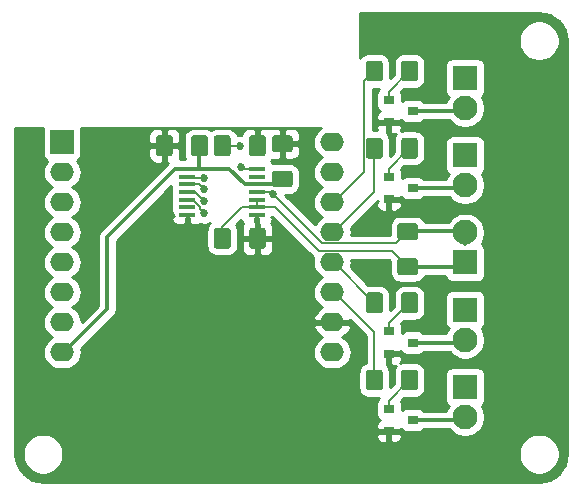
<source format=gbr>
G04 #@! TF.GenerationSoftware,KiCad,Pcbnew,5.1.4*
G04 #@! TF.CreationDate,2019-08-25T18:27:55-04:00*
G04 #@! TF.ProjectId,oven,6f76656e-2e6b-4696-9361-645f70636258,v02*
G04 #@! TF.SameCoordinates,Original*
G04 #@! TF.FileFunction,Copper,L1,Top*
G04 #@! TF.FilePolarity,Positive*
%FSLAX46Y46*%
G04 Gerber Fmt 4.6, Leading zero omitted, Abs format (unit mm)*
G04 Created by KiCad (PCBNEW 5.1.4) date 2019-08-25 18:27:55*
%MOMM*%
%LPD*%
G04 APERTURE LIST*
%ADD10O,2.000000X1.600000*%
%ADD11R,2.000000X2.000000*%
%ADD12R,2.100000X2.100000*%
%ADD13C,2.100000*%
%ADD14C,0.100000*%
%ADD15C,1.425000*%
%ADD16R,0.900000X0.800000*%
%ADD17R,1.450000X0.450000*%
%ADD18C,0.685800*%
%ADD19C,0.304800*%
%ADD20C,0.152400*%
%ADD21C,0.254000*%
G04 APERTURE END LIST*
D10*
X96830000Y-80820000D03*
D11*
X96830000Y-78280000D03*
D10*
X96830000Y-83360000D03*
X96830000Y-85900000D03*
X96830000Y-88440000D03*
X96830000Y-90980000D03*
X96830000Y-93520000D03*
X96830000Y-96060000D03*
X119690000Y-96060000D03*
X119690000Y-93520000D03*
X119690000Y-90980000D03*
X119690000Y-88440000D03*
X119690000Y-85900000D03*
X119690000Y-83360000D03*
X119690000Y-80820000D03*
X119690000Y-78280000D03*
D12*
X130950000Y-88460000D03*
D13*
X130950000Y-85920000D03*
D12*
X130950000Y-72840000D03*
D13*
X130950000Y-75380000D03*
D14*
G36*
X110869504Y-77696204D02*
G01*
X110893773Y-77699804D01*
X110917571Y-77705765D01*
X110940671Y-77714030D01*
X110962849Y-77724520D01*
X110983893Y-77737133D01*
X111003598Y-77751747D01*
X111021777Y-77768223D01*
X111038253Y-77786402D01*
X111052867Y-77806107D01*
X111065480Y-77827151D01*
X111075970Y-77849329D01*
X111084235Y-77872429D01*
X111090196Y-77896227D01*
X111093796Y-77920496D01*
X111095000Y-77945000D01*
X111095000Y-79195000D01*
X111093796Y-79219504D01*
X111090196Y-79243773D01*
X111084235Y-79267571D01*
X111075970Y-79290671D01*
X111065480Y-79312849D01*
X111052867Y-79333893D01*
X111038253Y-79353598D01*
X111021777Y-79371777D01*
X111003598Y-79388253D01*
X110983893Y-79402867D01*
X110962849Y-79415480D01*
X110940671Y-79425970D01*
X110917571Y-79434235D01*
X110893773Y-79440196D01*
X110869504Y-79443796D01*
X110845000Y-79445000D01*
X109920000Y-79445000D01*
X109895496Y-79443796D01*
X109871227Y-79440196D01*
X109847429Y-79434235D01*
X109824329Y-79425970D01*
X109802151Y-79415480D01*
X109781107Y-79402867D01*
X109761402Y-79388253D01*
X109743223Y-79371777D01*
X109726747Y-79353598D01*
X109712133Y-79333893D01*
X109699520Y-79312849D01*
X109689030Y-79290671D01*
X109680765Y-79267571D01*
X109674804Y-79243773D01*
X109671204Y-79219504D01*
X109670000Y-79195000D01*
X109670000Y-77945000D01*
X109671204Y-77920496D01*
X109674804Y-77896227D01*
X109680765Y-77872429D01*
X109689030Y-77849329D01*
X109699520Y-77827151D01*
X109712133Y-77806107D01*
X109726747Y-77786402D01*
X109743223Y-77768223D01*
X109761402Y-77751747D01*
X109781107Y-77737133D01*
X109802151Y-77724520D01*
X109824329Y-77714030D01*
X109847429Y-77705765D01*
X109871227Y-77699804D01*
X109895496Y-77696204D01*
X109920000Y-77695000D01*
X110845000Y-77695000D01*
X110869504Y-77696204D01*
X110869504Y-77696204D01*
G37*
D15*
X110382500Y-78570000D03*
D14*
G36*
X113844504Y-77696204D02*
G01*
X113868773Y-77699804D01*
X113892571Y-77705765D01*
X113915671Y-77714030D01*
X113937849Y-77724520D01*
X113958893Y-77737133D01*
X113978598Y-77751747D01*
X113996777Y-77768223D01*
X114013253Y-77786402D01*
X114027867Y-77806107D01*
X114040480Y-77827151D01*
X114050970Y-77849329D01*
X114059235Y-77872429D01*
X114065196Y-77896227D01*
X114068796Y-77920496D01*
X114070000Y-77945000D01*
X114070000Y-79195000D01*
X114068796Y-79219504D01*
X114065196Y-79243773D01*
X114059235Y-79267571D01*
X114050970Y-79290671D01*
X114040480Y-79312849D01*
X114027867Y-79333893D01*
X114013253Y-79353598D01*
X113996777Y-79371777D01*
X113978598Y-79388253D01*
X113958893Y-79402867D01*
X113937849Y-79415480D01*
X113915671Y-79425970D01*
X113892571Y-79434235D01*
X113868773Y-79440196D01*
X113844504Y-79443796D01*
X113820000Y-79445000D01*
X112895000Y-79445000D01*
X112870496Y-79443796D01*
X112846227Y-79440196D01*
X112822429Y-79434235D01*
X112799329Y-79425970D01*
X112777151Y-79415480D01*
X112756107Y-79402867D01*
X112736402Y-79388253D01*
X112718223Y-79371777D01*
X112701747Y-79353598D01*
X112687133Y-79333893D01*
X112674520Y-79312849D01*
X112664030Y-79290671D01*
X112655765Y-79267571D01*
X112649804Y-79243773D01*
X112646204Y-79219504D01*
X112645000Y-79195000D01*
X112645000Y-77945000D01*
X112646204Y-77920496D01*
X112649804Y-77896227D01*
X112655765Y-77872429D01*
X112664030Y-77849329D01*
X112674520Y-77827151D01*
X112687133Y-77806107D01*
X112701747Y-77786402D01*
X112718223Y-77768223D01*
X112736402Y-77751747D01*
X112756107Y-77737133D01*
X112777151Y-77724520D01*
X112799329Y-77714030D01*
X112822429Y-77705765D01*
X112846227Y-77699804D01*
X112870496Y-77696204D01*
X112895000Y-77695000D01*
X113820000Y-77695000D01*
X113844504Y-77696204D01*
X113844504Y-77696204D01*
G37*
D15*
X113357500Y-78570000D03*
D14*
G36*
X126729504Y-85121204D02*
G01*
X126753773Y-85124804D01*
X126777571Y-85130765D01*
X126800671Y-85139030D01*
X126822849Y-85149520D01*
X126843893Y-85162133D01*
X126863598Y-85176747D01*
X126881777Y-85193223D01*
X126898253Y-85211402D01*
X126912867Y-85231107D01*
X126925480Y-85252151D01*
X126935970Y-85274329D01*
X126944235Y-85297429D01*
X126950196Y-85321227D01*
X126953796Y-85345496D01*
X126955000Y-85370000D01*
X126955000Y-86295000D01*
X126953796Y-86319504D01*
X126950196Y-86343773D01*
X126944235Y-86367571D01*
X126935970Y-86390671D01*
X126925480Y-86412849D01*
X126912867Y-86433893D01*
X126898253Y-86453598D01*
X126881777Y-86471777D01*
X126863598Y-86488253D01*
X126843893Y-86502867D01*
X126822849Y-86515480D01*
X126800671Y-86525970D01*
X126777571Y-86534235D01*
X126753773Y-86540196D01*
X126729504Y-86543796D01*
X126705000Y-86545000D01*
X125455000Y-86545000D01*
X125430496Y-86543796D01*
X125406227Y-86540196D01*
X125382429Y-86534235D01*
X125359329Y-86525970D01*
X125337151Y-86515480D01*
X125316107Y-86502867D01*
X125296402Y-86488253D01*
X125278223Y-86471777D01*
X125261747Y-86453598D01*
X125247133Y-86433893D01*
X125234520Y-86412849D01*
X125224030Y-86390671D01*
X125215765Y-86367571D01*
X125209804Y-86343773D01*
X125206204Y-86319504D01*
X125205000Y-86295000D01*
X125205000Y-85370000D01*
X125206204Y-85345496D01*
X125209804Y-85321227D01*
X125215765Y-85297429D01*
X125224030Y-85274329D01*
X125234520Y-85252151D01*
X125247133Y-85231107D01*
X125261747Y-85211402D01*
X125278223Y-85193223D01*
X125296402Y-85176747D01*
X125316107Y-85162133D01*
X125337151Y-85149520D01*
X125359329Y-85139030D01*
X125382429Y-85130765D01*
X125406227Y-85124804D01*
X125430496Y-85121204D01*
X125455000Y-85120000D01*
X126705000Y-85120000D01*
X126729504Y-85121204D01*
X126729504Y-85121204D01*
G37*
D15*
X126080000Y-85832500D03*
D14*
G36*
X126729504Y-88096204D02*
G01*
X126753773Y-88099804D01*
X126777571Y-88105765D01*
X126800671Y-88114030D01*
X126822849Y-88124520D01*
X126843893Y-88137133D01*
X126863598Y-88151747D01*
X126881777Y-88168223D01*
X126898253Y-88186402D01*
X126912867Y-88206107D01*
X126925480Y-88227151D01*
X126935970Y-88249329D01*
X126944235Y-88272429D01*
X126950196Y-88296227D01*
X126953796Y-88320496D01*
X126955000Y-88345000D01*
X126955000Y-89270000D01*
X126953796Y-89294504D01*
X126950196Y-89318773D01*
X126944235Y-89342571D01*
X126935970Y-89365671D01*
X126925480Y-89387849D01*
X126912867Y-89408893D01*
X126898253Y-89428598D01*
X126881777Y-89446777D01*
X126863598Y-89463253D01*
X126843893Y-89477867D01*
X126822849Y-89490480D01*
X126800671Y-89500970D01*
X126777571Y-89509235D01*
X126753773Y-89515196D01*
X126729504Y-89518796D01*
X126705000Y-89520000D01*
X125455000Y-89520000D01*
X125430496Y-89518796D01*
X125406227Y-89515196D01*
X125382429Y-89509235D01*
X125359329Y-89500970D01*
X125337151Y-89490480D01*
X125316107Y-89477867D01*
X125296402Y-89463253D01*
X125278223Y-89446777D01*
X125261747Y-89428598D01*
X125247133Y-89408893D01*
X125234520Y-89387849D01*
X125224030Y-89365671D01*
X125215765Y-89342571D01*
X125209804Y-89318773D01*
X125206204Y-89294504D01*
X125205000Y-89270000D01*
X125205000Y-88345000D01*
X125206204Y-88320496D01*
X125209804Y-88296227D01*
X125215765Y-88272429D01*
X125224030Y-88249329D01*
X125234520Y-88227151D01*
X125247133Y-88206107D01*
X125261747Y-88186402D01*
X125278223Y-88168223D01*
X125296402Y-88151747D01*
X125316107Y-88137133D01*
X125337151Y-88124520D01*
X125359329Y-88114030D01*
X125382429Y-88105765D01*
X125406227Y-88099804D01*
X125430496Y-88096204D01*
X125455000Y-88095000D01*
X126705000Y-88095000D01*
X126729504Y-88096204D01*
X126729504Y-88096204D01*
G37*
D15*
X126080000Y-88807500D03*
D14*
G36*
X110879504Y-85536204D02*
G01*
X110903773Y-85539804D01*
X110927571Y-85545765D01*
X110950671Y-85554030D01*
X110972849Y-85564520D01*
X110993893Y-85577133D01*
X111013598Y-85591747D01*
X111031777Y-85608223D01*
X111048253Y-85626402D01*
X111062867Y-85646107D01*
X111075480Y-85667151D01*
X111085970Y-85689329D01*
X111094235Y-85712429D01*
X111100196Y-85736227D01*
X111103796Y-85760496D01*
X111105000Y-85785000D01*
X111105000Y-87035000D01*
X111103796Y-87059504D01*
X111100196Y-87083773D01*
X111094235Y-87107571D01*
X111085970Y-87130671D01*
X111075480Y-87152849D01*
X111062867Y-87173893D01*
X111048253Y-87193598D01*
X111031777Y-87211777D01*
X111013598Y-87228253D01*
X110993893Y-87242867D01*
X110972849Y-87255480D01*
X110950671Y-87265970D01*
X110927571Y-87274235D01*
X110903773Y-87280196D01*
X110879504Y-87283796D01*
X110855000Y-87285000D01*
X109930000Y-87285000D01*
X109905496Y-87283796D01*
X109881227Y-87280196D01*
X109857429Y-87274235D01*
X109834329Y-87265970D01*
X109812151Y-87255480D01*
X109791107Y-87242867D01*
X109771402Y-87228253D01*
X109753223Y-87211777D01*
X109736747Y-87193598D01*
X109722133Y-87173893D01*
X109709520Y-87152849D01*
X109699030Y-87130671D01*
X109690765Y-87107571D01*
X109684804Y-87083773D01*
X109681204Y-87059504D01*
X109680000Y-87035000D01*
X109680000Y-85785000D01*
X109681204Y-85760496D01*
X109684804Y-85736227D01*
X109690765Y-85712429D01*
X109699030Y-85689329D01*
X109709520Y-85667151D01*
X109722133Y-85646107D01*
X109736747Y-85626402D01*
X109753223Y-85608223D01*
X109771402Y-85591747D01*
X109791107Y-85577133D01*
X109812151Y-85564520D01*
X109834329Y-85554030D01*
X109857429Y-85545765D01*
X109881227Y-85539804D01*
X109905496Y-85536204D01*
X109930000Y-85535000D01*
X110855000Y-85535000D01*
X110879504Y-85536204D01*
X110879504Y-85536204D01*
G37*
D15*
X110392500Y-86410000D03*
D14*
G36*
X113854504Y-85536204D02*
G01*
X113878773Y-85539804D01*
X113902571Y-85545765D01*
X113925671Y-85554030D01*
X113947849Y-85564520D01*
X113968893Y-85577133D01*
X113988598Y-85591747D01*
X114006777Y-85608223D01*
X114023253Y-85626402D01*
X114037867Y-85646107D01*
X114050480Y-85667151D01*
X114060970Y-85689329D01*
X114069235Y-85712429D01*
X114075196Y-85736227D01*
X114078796Y-85760496D01*
X114080000Y-85785000D01*
X114080000Y-87035000D01*
X114078796Y-87059504D01*
X114075196Y-87083773D01*
X114069235Y-87107571D01*
X114060970Y-87130671D01*
X114050480Y-87152849D01*
X114037867Y-87173893D01*
X114023253Y-87193598D01*
X114006777Y-87211777D01*
X113988598Y-87228253D01*
X113968893Y-87242867D01*
X113947849Y-87255480D01*
X113925671Y-87265970D01*
X113902571Y-87274235D01*
X113878773Y-87280196D01*
X113854504Y-87283796D01*
X113830000Y-87285000D01*
X112905000Y-87285000D01*
X112880496Y-87283796D01*
X112856227Y-87280196D01*
X112832429Y-87274235D01*
X112809329Y-87265970D01*
X112787151Y-87255480D01*
X112766107Y-87242867D01*
X112746402Y-87228253D01*
X112728223Y-87211777D01*
X112711747Y-87193598D01*
X112697133Y-87173893D01*
X112684520Y-87152849D01*
X112674030Y-87130671D01*
X112665765Y-87107571D01*
X112659804Y-87083773D01*
X112656204Y-87059504D01*
X112655000Y-87035000D01*
X112655000Y-85785000D01*
X112656204Y-85760496D01*
X112659804Y-85736227D01*
X112665765Y-85712429D01*
X112674030Y-85689329D01*
X112684520Y-85667151D01*
X112697133Y-85646107D01*
X112711747Y-85626402D01*
X112728223Y-85608223D01*
X112746402Y-85591747D01*
X112766107Y-85577133D01*
X112787151Y-85564520D01*
X112809329Y-85554030D01*
X112832429Y-85545765D01*
X112856227Y-85539804D01*
X112880496Y-85536204D01*
X112905000Y-85535000D01*
X113830000Y-85535000D01*
X113854504Y-85536204D01*
X113854504Y-85536204D01*
G37*
D15*
X113367500Y-86410000D03*
D14*
G36*
X116109504Y-77701204D02*
G01*
X116133773Y-77704804D01*
X116157571Y-77710765D01*
X116180671Y-77719030D01*
X116202849Y-77729520D01*
X116223893Y-77742133D01*
X116243598Y-77756747D01*
X116261777Y-77773223D01*
X116278253Y-77791402D01*
X116292867Y-77811107D01*
X116305480Y-77832151D01*
X116315970Y-77854329D01*
X116324235Y-77877429D01*
X116330196Y-77901227D01*
X116333796Y-77925496D01*
X116335000Y-77950000D01*
X116335000Y-78875000D01*
X116333796Y-78899504D01*
X116330196Y-78923773D01*
X116324235Y-78947571D01*
X116315970Y-78970671D01*
X116305480Y-78992849D01*
X116292867Y-79013893D01*
X116278253Y-79033598D01*
X116261777Y-79051777D01*
X116243598Y-79068253D01*
X116223893Y-79082867D01*
X116202849Y-79095480D01*
X116180671Y-79105970D01*
X116157571Y-79114235D01*
X116133773Y-79120196D01*
X116109504Y-79123796D01*
X116085000Y-79125000D01*
X114835000Y-79125000D01*
X114810496Y-79123796D01*
X114786227Y-79120196D01*
X114762429Y-79114235D01*
X114739329Y-79105970D01*
X114717151Y-79095480D01*
X114696107Y-79082867D01*
X114676402Y-79068253D01*
X114658223Y-79051777D01*
X114641747Y-79033598D01*
X114627133Y-79013893D01*
X114614520Y-78992849D01*
X114604030Y-78970671D01*
X114595765Y-78947571D01*
X114589804Y-78923773D01*
X114586204Y-78899504D01*
X114585000Y-78875000D01*
X114585000Y-77950000D01*
X114586204Y-77925496D01*
X114589804Y-77901227D01*
X114595765Y-77877429D01*
X114604030Y-77854329D01*
X114614520Y-77832151D01*
X114627133Y-77811107D01*
X114641747Y-77791402D01*
X114658223Y-77773223D01*
X114676402Y-77756747D01*
X114696107Y-77742133D01*
X114717151Y-77729520D01*
X114739329Y-77719030D01*
X114762429Y-77710765D01*
X114786227Y-77704804D01*
X114810496Y-77701204D01*
X114835000Y-77700000D01*
X116085000Y-77700000D01*
X116109504Y-77701204D01*
X116109504Y-77701204D01*
G37*
D15*
X115460000Y-78412500D03*
D14*
G36*
X116109504Y-80676204D02*
G01*
X116133773Y-80679804D01*
X116157571Y-80685765D01*
X116180671Y-80694030D01*
X116202849Y-80704520D01*
X116223893Y-80717133D01*
X116243598Y-80731747D01*
X116261777Y-80748223D01*
X116278253Y-80766402D01*
X116292867Y-80786107D01*
X116305480Y-80807151D01*
X116315970Y-80829329D01*
X116324235Y-80852429D01*
X116330196Y-80876227D01*
X116333796Y-80900496D01*
X116335000Y-80925000D01*
X116335000Y-81850000D01*
X116333796Y-81874504D01*
X116330196Y-81898773D01*
X116324235Y-81922571D01*
X116315970Y-81945671D01*
X116305480Y-81967849D01*
X116292867Y-81988893D01*
X116278253Y-82008598D01*
X116261777Y-82026777D01*
X116243598Y-82043253D01*
X116223893Y-82057867D01*
X116202849Y-82070480D01*
X116180671Y-82080970D01*
X116157571Y-82089235D01*
X116133773Y-82095196D01*
X116109504Y-82098796D01*
X116085000Y-82100000D01*
X114835000Y-82100000D01*
X114810496Y-82098796D01*
X114786227Y-82095196D01*
X114762429Y-82089235D01*
X114739329Y-82080970D01*
X114717151Y-82070480D01*
X114696107Y-82057867D01*
X114676402Y-82043253D01*
X114658223Y-82026777D01*
X114641747Y-82008598D01*
X114627133Y-81988893D01*
X114614520Y-81967849D01*
X114604030Y-81945671D01*
X114595765Y-81922571D01*
X114589804Y-81898773D01*
X114586204Y-81874504D01*
X114585000Y-81850000D01*
X114585000Y-80925000D01*
X114586204Y-80900496D01*
X114589804Y-80876227D01*
X114595765Y-80852429D01*
X114604030Y-80829329D01*
X114614520Y-80807151D01*
X114627133Y-80786107D01*
X114641747Y-80766402D01*
X114658223Y-80748223D01*
X114676402Y-80731747D01*
X114696107Y-80717133D01*
X114717151Y-80704520D01*
X114739329Y-80694030D01*
X114762429Y-80685765D01*
X114786227Y-80679804D01*
X114810496Y-80676204D01*
X114835000Y-80675000D01*
X116085000Y-80675000D01*
X116109504Y-80676204D01*
X116109504Y-80676204D01*
G37*
D15*
X115460000Y-81387500D03*
D14*
G36*
X108944504Y-77696204D02*
G01*
X108968773Y-77699804D01*
X108992571Y-77705765D01*
X109015671Y-77714030D01*
X109037849Y-77724520D01*
X109058893Y-77737133D01*
X109078598Y-77751747D01*
X109096777Y-77768223D01*
X109113253Y-77786402D01*
X109127867Y-77806107D01*
X109140480Y-77827151D01*
X109150970Y-77849329D01*
X109159235Y-77872429D01*
X109165196Y-77896227D01*
X109168796Y-77920496D01*
X109170000Y-77945000D01*
X109170000Y-79195000D01*
X109168796Y-79219504D01*
X109165196Y-79243773D01*
X109159235Y-79267571D01*
X109150970Y-79290671D01*
X109140480Y-79312849D01*
X109127867Y-79333893D01*
X109113253Y-79353598D01*
X109096777Y-79371777D01*
X109078598Y-79388253D01*
X109058893Y-79402867D01*
X109037849Y-79415480D01*
X109015671Y-79425970D01*
X108992571Y-79434235D01*
X108968773Y-79440196D01*
X108944504Y-79443796D01*
X108920000Y-79445000D01*
X107995000Y-79445000D01*
X107970496Y-79443796D01*
X107946227Y-79440196D01*
X107922429Y-79434235D01*
X107899329Y-79425970D01*
X107877151Y-79415480D01*
X107856107Y-79402867D01*
X107836402Y-79388253D01*
X107818223Y-79371777D01*
X107801747Y-79353598D01*
X107787133Y-79333893D01*
X107774520Y-79312849D01*
X107764030Y-79290671D01*
X107755765Y-79267571D01*
X107749804Y-79243773D01*
X107746204Y-79219504D01*
X107745000Y-79195000D01*
X107745000Y-77945000D01*
X107746204Y-77920496D01*
X107749804Y-77896227D01*
X107755765Y-77872429D01*
X107764030Y-77849329D01*
X107774520Y-77827151D01*
X107787133Y-77806107D01*
X107801747Y-77786402D01*
X107818223Y-77768223D01*
X107836402Y-77751747D01*
X107856107Y-77737133D01*
X107877151Y-77724520D01*
X107899329Y-77714030D01*
X107922429Y-77705765D01*
X107946227Y-77699804D01*
X107970496Y-77696204D01*
X107995000Y-77695000D01*
X108920000Y-77695000D01*
X108944504Y-77696204D01*
X108944504Y-77696204D01*
G37*
D15*
X108457500Y-78570000D03*
D14*
G36*
X105969504Y-77696204D02*
G01*
X105993773Y-77699804D01*
X106017571Y-77705765D01*
X106040671Y-77714030D01*
X106062849Y-77724520D01*
X106083893Y-77737133D01*
X106103598Y-77751747D01*
X106121777Y-77768223D01*
X106138253Y-77786402D01*
X106152867Y-77806107D01*
X106165480Y-77827151D01*
X106175970Y-77849329D01*
X106184235Y-77872429D01*
X106190196Y-77896227D01*
X106193796Y-77920496D01*
X106195000Y-77945000D01*
X106195000Y-79195000D01*
X106193796Y-79219504D01*
X106190196Y-79243773D01*
X106184235Y-79267571D01*
X106175970Y-79290671D01*
X106165480Y-79312849D01*
X106152867Y-79333893D01*
X106138253Y-79353598D01*
X106121777Y-79371777D01*
X106103598Y-79388253D01*
X106083893Y-79402867D01*
X106062849Y-79415480D01*
X106040671Y-79425970D01*
X106017571Y-79434235D01*
X105993773Y-79440196D01*
X105969504Y-79443796D01*
X105945000Y-79445000D01*
X105020000Y-79445000D01*
X104995496Y-79443796D01*
X104971227Y-79440196D01*
X104947429Y-79434235D01*
X104924329Y-79425970D01*
X104902151Y-79415480D01*
X104881107Y-79402867D01*
X104861402Y-79388253D01*
X104843223Y-79371777D01*
X104826747Y-79353598D01*
X104812133Y-79333893D01*
X104799520Y-79312849D01*
X104789030Y-79290671D01*
X104780765Y-79267571D01*
X104774804Y-79243773D01*
X104771204Y-79219504D01*
X104770000Y-79195000D01*
X104770000Y-77945000D01*
X104771204Y-77920496D01*
X104774804Y-77896227D01*
X104780765Y-77872429D01*
X104789030Y-77849329D01*
X104799520Y-77827151D01*
X104812133Y-77806107D01*
X104826747Y-77786402D01*
X104843223Y-77768223D01*
X104861402Y-77751747D01*
X104881107Y-77737133D01*
X104902151Y-77724520D01*
X104924329Y-77714030D01*
X104947429Y-77705765D01*
X104971227Y-77699804D01*
X104995496Y-77696204D01*
X105020000Y-77695000D01*
X105945000Y-77695000D01*
X105969504Y-77696204D01*
X105969504Y-77696204D01*
G37*
D15*
X105482500Y-78570000D03*
D12*
X130950000Y-79380000D03*
D13*
X130950000Y-81920000D03*
X130950000Y-95000000D03*
D12*
X130950000Y-92460000D03*
D13*
X130950000Y-101540000D03*
D12*
X130950000Y-99000000D03*
D16*
X124500000Y-74680000D03*
X124500000Y-76580000D03*
X126500000Y-75630000D03*
X126500000Y-82170000D03*
X124500000Y-83120000D03*
X124500000Y-81220000D03*
X124500000Y-94290000D03*
X124500000Y-96190000D03*
X126500000Y-95240000D03*
X126500000Y-101790000D03*
X124500000Y-102740000D03*
X124500000Y-100840000D03*
D14*
G36*
X123749504Y-71376204D02*
G01*
X123773773Y-71379804D01*
X123797571Y-71385765D01*
X123820671Y-71394030D01*
X123842849Y-71404520D01*
X123863893Y-71417133D01*
X123883598Y-71431747D01*
X123901777Y-71448223D01*
X123918253Y-71466402D01*
X123932867Y-71486107D01*
X123945480Y-71507151D01*
X123955970Y-71529329D01*
X123964235Y-71552429D01*
X123970196Y-71576227D01*
X123973796Y-71600496D01*
X123975000Y-71625000D01*
X123975000Y-72875000D01*
X123973796Y-72899504D01*
X123970196Y-72923773D01*
X123964235Y-72947571D01*
X123955970Y-72970671D01*
X123945480Y-72992849D01*
X123932867Y-73013893D01*
X123918253Y-73033598D01*
X123901777Y-73051777D01*
X123883598Y-73068253D01*
X123863893Y-73082867D01*
X123842849Y-73095480D01*
X123820671Y-73105970D01*
X123797571Y-73114235D01*
X123773773Y-73120196D01*
X123749504Y-73123796D01*
X123725000Y-73125000D01*
X122800000Y-73125000D01*
X122775496Y-73123796D01*
X122751227Y-73120196D01*
X122727429Y-73114235D01*
X122704329Y-73105970D01*
X122682151Y-73095480D01*
X122661107Y-73082867D01*
X122641402Y-73068253D01*
X122623223Y-73051777D01*
X122606747Y-73033598D01*
X122592133Y-73013893D01*
X122579520Y-72992849D01*
X122569030Y-72970671D01*
X122560765Y-72947571D01*
X122554804Y-72923773D01*
X122551204Y-72899504D01*
X122550000Y-72875000D01*
X122550000Y-71625000D01*
X122551204Y-71600496D01*
X122554804Y-71576227D01*
X122560765Y-71552429D01*
X122569030Y-71529329D01*
X122579520Y-71507151D01*
X122592133Y-71486107D01*
X122606747Y-71466402D01*
X122623223Y-71448223D01*
X122641402Y-71431747D01*
X122661107Y-71417133D01*
X122682151Y-71404520D01*
X122704329Y-71394030D01*
X122727429Y-71385765D01*
X122751227Y-71379804D01*
X122775496Y-71376204D01*
X122800000Y-71375000D01*
X123725000Y-71375000D01*
X123749504Y-71376204D01*
X123749504Y-71376204D01*
G37*
D15*
X123262500Y-72250000D03*
D14*
G36*
X126724504Y-71376204D02*
G01*
X126748773Y-71379804D01*
X126772571Y-71385765D01*
X126795671Y-71394030D01*
X126817849Y-71404520D01*
X126838893Y-71417133D01*
X126858598Y-71431747D01*
X126876777Y-71448223D01*
X126893253Y-71466402D01*
X126907867Y-71486107D01*
X126920480Y-71507151D01*
X126930970Y-71529329D01*
X126939235Y-71552429D01*
X126945196Y-71576227D01*
X126948796Y-71600496D01*
X126950000Y-71625000D01*
X126950000Y-72875000D01*
X126948796Y-72899504D01*
X126945196Y-72923773D01*
X126939235Y-72947571D01*
X126930970Y-72970671D01*
X126920480Y-72992849D01*
X126907867Y-73013893D01*
X126893253Y-73033598D01*
X126876777Y-73051777D01*
X126858598Y-73068253D01*
X126838893Y-73082867D01*
X126817849Y-73095480D01*
X126795671Y-73105970D01*
X126772571Y-73114235D01*
X126748773Y-73120196D01*
X126724504Y-73123796D01*
X126700000Y-73125000D01*
X125775000Y-73125000D01*
X125750496Y-73123796D01*
X125726227Y-73120196D01*
X125702429Y-73114235D01*
X125679329Y-73105970D01*
X125657151Y-73095480D01*
X125636107Y-73082867D01*
X125616402Y-73068253D01*
X125598223Y-73051777D01*
X125581747Y-73033598D01*
X125567133Y-73013893D01*
X125554520Y-72992849D01*
X125544030Y-72970671D01*
X125535765Y-72947571D01*
X125529804Y-72923773D01*
X125526204Y-72899504D01*
X125525000Y-72875000D01*
X125525000Y-71625000D01*
X125526204Y-71600496D01*
X125529804Y-71576227D01*
X125535765Y-71552429D01*
X125544030Y-71529329D01*
X125554520Y-71507151D01*
X125567133Y-71486107D01*
X125581747Y-71466402D01*
X125598223Y-71448223D01*
X125616402Y-71431747D01*
X125636107Y-71417133D01*
X125657151Y-71404520D01*
X125679329Y-71394030D01*
X125702429Y-71385765D01*
X125726227Y-71379804D01*
X125750496Y-71376204D01*
X125775000Y-71375000D01*
X126700000Y-71375000D01*
X126724504Y-71376204D01*
X126724504Y-71376204D01*
G37*
D15*
X126237500Y-72250000D03*
D14*
G36*
X126724504Y-77916204D02*
G01*
X126748773Y-77919804D01*
X126772571Y-77925765D01*
X126795671Y-77934030D01*
X126817849Y-77944520D01*
X126838893Y-77957133D01*
X126858598Y-77971747D01*
X126876777Y-77988223D01*
X126893253Y-78006402D01*
X126907867Y-78026107D01*
X126920480Y-78047151D01*
X126930970Y-78069329D01*
X126939235Y-78092429D01*
X126945196Y-78116227D01*
X126948796Y-78140496D01*
X126950000Y-78165000D01*
X126950000Y-79415000D01*
X126948796Y-79439504D01*
X126945196Y-79463773D01*
X126939235Y-79487571D01*
X126930970Y-79510671D01*
X126920480Y-79532849D01*
X126907867Y-79553893D01*
X126893253Y-79573598D01*
X126876777Y-79591777D01*
X126858598Y-79608253D01*
X126838893Y-79622867D01*
X126817849Y-79635480D01*
X126795671Y-79645970D01*
X126772571Y-79654235D01*
X126748773Y-79660196D01*
X126724504Y-79663796D01*
X126700000Y-79665000D01*
X125775000Y-79665000D01*
X125750496Y-79663796D01*
X125726227Y-79660196D01*
X125702429Y-79654235D01*
X125679329Y-79645970D01*
X125657151Y-79635480D01*
X125636107Y-79622867D01*
X125616402Y-79608253D01*
X125598223Y-79591777D01*
X125581747Y-79573598D01*
X125567133Y-79553893D01*
X125554520Y-79532849D01*
X125544030Y-79510671D01*
X125535765Y-79487571D01*
X125529804Y-79463773D01*
X125526204Y-79439504D01*
X125525000Y-79415000D01*
X125525000Y-78165000D01*
X125526204Y-78140496D01*
X125529804Y-78116227D01*
X125535765Y-78092429D01*
X125544030Y-78069329D01*
X125554520Y-78047151D01*
X125567133Y-78026107D01*
X125581747Y-78006402D01*
X125598223Y-77988223D01*
X125616402Y-77971747D01*
X125636107Y-77957133D01*
X125657151Y-77944520D01*
X125679329Y-77934030D01*
X125702429Y-77925765D01*
X125726227Y-77919804D01*
X125750496Y-77916204D01*
X125775000Y-77915000D01*
X126700000Y-77915000D01*
X126724504Y-77916204D01*
X126724504Y-77916204D01*
G37*
D15*
X126237500Y-78790000D03*
D14*
G36*
X123749504Y-77916204D02*
G01*
X123773773Y-77919804D01*
X123797571Y-77925765D01*
X123820671Y-77934030D01*
X123842849Y-77944520D01*
X123863893Y-77957133D01*
X123883598Y-77971747D01*
X123901777Y-77988223D01*
X123918253Y-78006402D01*
X123932867Y-78026107D01*
X123945480Y-78047151D01*
X123955970Y-78069329D01*
X123964235Y-78092429D01*
X123970196Y-78116227D01*
X123973796Y-78140496D01*
X123975000Y-78165000D01*
X123975000Y-79415000D01*
X123973796Y-79439504D01*
X123970196Y-79463773D01*
X123964235Y-79487571D01*
X123955970Y-79510671D01*
X123945480Y-79532849D01*
X123932867Y-79553893D01*
X123918253Y-79573598D01*
X123901777Y-79591777D01*
X123883598Y-79608253D01*
X123863893Y-79622867D01*
X123842849Y-79635480D01*
X123820671Y-79645970D01*
X123797571Y-79654235D01*
X123773773Y-79660196D01*
X123749504Y-79663796D01*
X123725000Y-79665000D01*
X122800000Y-79665000D01*
X122775496Y-79663796D01*
X122751227Y-79660196D01*
X122727429Y-79654235D01*
X122704329Y-79645970D01*
X122682151Y-79635480D01*
X122661107Y-79622867D01*
X122641402Y-79608253D01*
X122623223Y-79591777D01*
X122606747Y-79573598D01*
X122592133Y-79553893D01*
X122579520Y-79532849D01*
X122569030Y-79510671D01*
X122560765Y-79487571D01*
X122554804Y-79463773D01*
X122551204Y-79439504D01*
X122550000Y-79415000D01*
X122550000Y-78165000D01*
X122551204Y-78140496D01*
X122554804Y-78116227D01*
X122560765Y-78092429D01*
X122569030Y-78069329D01*
X122579520Y-78047151D01*
X122592133Y-78026107D01*
X122606747Y-78006402D01*
X122623223Y-77988223D01*
X122641402Y-77971747D01*
X122661107Y-77957133D01*
X122682151Y-77944520D01*
X122704329Y-77934030D01*
X122727429Y-77925765D01*
X122751227Y-77919804D01*
X122775496Y-77916204D01*
X122800000Y-77915000D01*
X123725000Y-77915000D01*
X123749504Y-77916204D01*
X123749504Y-77916204D01*
G37*
D15*
X123262500Y-78790000D03*
D14*
G36*
X123749504Y-90996204D02*
G01*
X123773773Y-90999804D01*
X123797571Y-91005765D01*
X123820671Y-91014030D01*
X123842849Y-91024520D01*
X123863893Y-91037133D01*
X123883598Y-91051747D01*
X123901777Y-91068223D01*
X123918253Y-91086402D01*
X123932867Y-91106107D01*
X123945480Y-91127151D01*
X123955970Y-91149329D01*
X123964235Y-91172429D01*
X123970196Y-91196227D01*
X123973796Y-91220496D01*
X123975000Y-91245000D01*
X123975000Y-92495000D01*
X123973796Y-92519504D01*
X123970196Y-92543773D01*
X123964235Y-92567571D01*
X123955970Y-92590671D01*
X123945480Y-92612849D01*
X123932867Y-92633893D01*
X123918253Y-92653598D01*
X123901777Y-92671777D01*
X123883598Y-92688253D01*
X123863893Y-92702867D01*
X123842849Y-92715480D01*
X123820671Y-92725970D01*
X123797571Y-92734235D01*
X123773773Y-92740196D01*
X123749504Y-92743796D01*
X123725000Y-92745000D01*
X122800000Y-92745000D01*
X122775496Y-92743796D01*
X122751227Y-92740196D01*
X122727429Y-92734235D01*
X122704329Y-92725970D01*
X122682151Y-92715480D01*
X122661107Y-92702867D01*
X122641402Y-92688253D01*
X122623223Y-92671777D01*
X122606747Y-92653598D01*
X122592133Y-92633893D01*
X122579520Y-92612849D01*
X122569030Y-92590671D01*
X122560765Y-92567571D01*
X122554804Y-92543773D01*
X122551204Y-92519504D01*
X122550000Y-92495000D01*
X122550000Y-91245000D01*
X122551204Y-91220496D01*
X122554804Y-91196227D01*
X122560765Y-91172429D01*
X122569030Y-91149329D01*
X122579520Y-91127151D01*
X122592133Y-91106107D01*
X122606747Y-91086402D01*
X122623223Y-91068223D01*
X122641402Y-91051747D01*
X122661107Y-91037133D01*
X122682151Y-91024520D01*
X122704329Y-91014030D01*
X122727429Y-91005765D01*
X122751227Y-90999804D01*
X122775496Y-90996204D01*
X122800000Y-90995000D01*
X123725000Y-90995000D01*
X123749504Y-90996204D01*
X123749504Y-90996204D01*
G37*
D15*
X123262500Y-91870000D03*
D14*
G36*
X126724504Y-90996204D02*
G01*
X126748773Y-90999804D01*
X126772571Y-91005765D01*
X126795671Y-91014030D01*
X126817849Y-91024520D01*
X126838893Y-91037133D01*
X126858598Y-91051747D01*
X126876777Y-91068223D01*
X126893253Y-91086402D01*
X126907867Y-91106107D01*
X126920480Y-91127151D01*
X126930970Y-91149329D01*
X126939235Y-91172429D01*
X126945196Y-91196227D01*
X126948796Y-91220496D01*
X126950000Y-91245000D01*
X126950000Y-92495000D01*
X126948796Y-92519504D01*
X126945196Y-92543773D01*
X126939235Y-92567571D01*
X126930970Y-92590671D01*
X126920480Y-92612849D01*
X126907867Y-92633893D01*
X126893253Y-92653598D01*
X126876777Y-92671777D01*
X126858598Y-92688253D01*
X126838893Y-92702867D01*
X126817849Y-92715480D01*
X126795671Y-92725970D01*
X126772571Y-92734235D01*
X126748773Y-92740196D01*
X126724504Y-92743796D01*
X126700000Y-92745000D01*
X125775000Y-92745000D01*
X125750496Y-92743796D01*
X125726227Y-92740196D01*
X125702429Y-92734235D01*
X125679329Y-92725970D01*
X125657151Y-92715480D01*
X125636107Y-92702867D01*
X125616402Y-92688253D01*
X125598223Y-92671777D01*
X125581747Y-92653598D01*
X125567133Y-92633893D01*
X125554520Y-92612849D01*
X125544030Y-92590671D01*
X125535765Y-92567571D01*
X125529804Y-92543773D01*
X125526204Y-92519504D01*
X125525000Y-92495000D01*
X125525000Y-91245000D01*
X125526204Y-91220496D01*
X125529804Y-91196227D01*
X125535765Y-91172429D01*
X125544030Y-91149329D01*
X125554520Y-91127151D01*
X125567133Y-91106107D01*
X125581747Y-91086402D01*
X125598223Y-91068223D01*
X125616402Y-91051747D01*
X125636107Y-91037133D01*
X125657151Y-91024520D01*
X125679329Y-91014030D01*
X125702429Y-91005765D01*
X125726227Y-90999804D01*
X125750496Y-90996204D01*
X125775000Y-90995000D01*
X126700000Y-90995000D01*
X126724504Y-90996204D01*
X126724504Y-90996204D01*
G37*
D15*
X126237500Y-91870000D03*
D14*
G36*
X126724504Y-97546204D02*
G01*
X126748773Y-97549804D01*
X126772571Y-97555765D01*
X126795671Y-97564030D01*
X126817849Y-97574520D01*
X126838893Y-97587133D01*
X126858598Y-97601747D01*
X126876777Y-97618223D01*
X126893253Y-97636402D01*
X126907867Y-97656107D01*
X126920480Y-97677151D01*
X126930970Y-97699329D01*
X126939235Y-97722429D01*
X126945196Y-97746227D01*
X126948796Y-97770496D01*
X126950000Y-97795000D01*
X126950000Y-99045000D01*
X126948796Y-99069504D01*
X126945196Y-99093773D01*
X126939235Y-99117571D01*
X126930970Y-99140671D01*
X126920480Y-99162849D01*
X126907867Y-99183893D01*
X126893253Y-99203598D01*
X126876777Y-99221777D01*
X126858598Y-99238253D01*
X126838893Y-99252867D01*
X126817849Y-99265480D01*
X126795671Y-99275970D01*
X126772571Y-99284235D01*
X126748773Y-99290196D01*
X126724504Y-99293796D01*
X126700000Y-99295000D01*
X125775000Y-99295000D01*
X125750496Y-99293796D01*
X125726227Y-99290196D01*
X125702429Y-99284235D01*
X125679329Y-99275970D01*
X125657151Y-99265480D01*
X125636107Y-99252867D01*
X125616402Y-99238253D01*
X125598223Y-99221777D01*
X125581747Y-99203598D01*
X125567133Y-99183893D01*
X125554520Y-99162849D01*
X125544030Y-99140671D01*
X125535765Y-99117571D01*
X125529804Y-99093773D01*
X125526204Y-99069504D01*
X125525000Y-99045000D01*
X125525000Y-97795000D01*
X125526204Y-97770496D01*
X125529804Y-97746227D01*
X125535765Y-97722429D01*
X125544030Y-97699329D01*
X125554520Y-97677151D01*
X125567133Y-97656107D01*
X125581747Y-97636402D01*
X125598223Y-97618223D01*
X125616402Y-97601747D01*
X125636107Y-97587133D01*
X125657151Y-97574520D01*
X125679329Y-97564030D01*
X125702429Y-97555765D01*
X125726227Y-97549804D01*
X125750496Y-97546204D01*
X125775000Y-97545000D01*
X126700000Y-97545000D01*
X126724504Y-97546204D01*
X126724504Y-97546204D01*
G37*
D15*
X126237500Y-98420000D03*
D14*
G36*
X123749504Y-97546204D02*
G01*
X123773773Y-97549804D01*
X123797571Y-97555765D01*
X123820671Y-97564030D01*
X123842849Y-97574520D01*
X123863893Y-97587133D01*
X123883598Y-97601747D01*
X123901777Y-97618223D01*
X123918253Y-97636402D01*
X123932867Y-97656107D01*
X123945480Y-97677151D01*
X123955970Y-97699329D01*
X123964235Y-97722429D01*
X123970196Y-97746227D01*
X123973796Y-97770496D01*
X123975000Y-97795000D01*
X123975000Y-99045000D01*
X123973796Y-99069504D01*
X123970196Y-99093773D01*
X123964235Y-99117571D01*
X123955970Y-99140671D01*
X123945480Y-99162849D01*
X123932867Y-99183893D01*
X123918253Y-99203598D01*
X123901777Y-99221777D01*
X123883598Y-99238253D01*
X123863893Y-99252867D01*
X123842849Y-99265480D01*
X123820671Y-99275970D01*
X123797571Y-99284235D01*
X123773773Y-99290196D01*
X123749504Y-99293796D01*
X123725000Y-99295000D01*
X122800000Y-99295000D01*
X122775496Y-99293796D01*
X122751227Y-99290196D01*
X122727429Y-99284235D01*
X122704329Y-99275970D01*
X122682151Y-99265480D01*
X122661107Y-99252867D01*
X122641402Y-99238253D01*
X122623223Y-99221777D01*
X122606747Y-99203598D01*
X122592133Y-99183893D01*
X122579520Y-99162849D01*
X122569030Y-99140671D01*
X122560765Y-99117571D01*
X122554804Y-99093773D01*
X122551204Y-99069504D01*
X122550000Y-99045000D01*
X122550000Y-97795000D01*
X122551204Y-97770496D01*
X122554804Y-97746227D01*
X122560765Y-97722429D01*
X122569030Y-97699329D01*
X122579520Y-97677151D01*
X122592133Y-97656107D01*
X122606747Y-97636402D01*
X122623223Y-97618223D01*
X122641402Y-97601747D01*
X122661107Y-97587133D01*
X122682151Y-97574520D01*
X122704329Y-97564030D01*
X122727429Y-97555765D01*
X122751227Y-97549804D01*
X122775496Y-97546204D01*
X122800000Y-97545000D01*
X123725000Y-97545000D01*
X123749504Y-97546204D01*
X123749504Y-97546204D01*
G37*
D15*
X123262500Y-98420000D03*
D17*
X113320000Y-84440000D03*
X113320000Y-83790000D03*
X113320000Y-83140000D03*
X113320000Y-82490000D03*
X113320000Y-81840000D03*
X113320000Y-81190000D03*
X113320000Y-80540000D03*
X107420000Y-80540000D03*
X107420000Y-81190000D03*
X107420000Y-81840000D03*
X107420000Y-82490000D03*
X107420000Y-83140000D03*
X107420000Y-83790000D03*
X107420000Y-84440000D03*
D18*
X116580000Y-79940000D03*
X108870000Y-82270000D03*
X108870000Y-81270000D03*
X108870000Y-83270000D03*
X114670000Y-82700000D03*
X111880000Y-78620000D03*
X112010000Y-80360000D03*
X108870000Y-84270000D03*
D19*
X108457500Y-78570000D02*
X108457500Y-78766562D01*
X115007500Y-81840000D02*
X115460000Y-81387500D01*
X113320000Y-81840000D02*
X115007500Y-81840000D01*
X108449800Y-80540000D02*
X107420000Y-80540000D01*
X110990200Y-80540000D02*
X108449800Y-80540000D01*
X112290200Y-81840000D02*
X110990200Y-80540000D01*
X113320000Y-81840000D02*
X112290200Y-81840000D01*
X108457500Y-80532300D02*
X108449800Y-80540000D01*
X108457500Y-78570000D02*
X108457500Y-80532300D01*
X106390200Y-80540000D02*
X100650000Y-86280200D01*
X107420000Y-80540000D02*
X106390200Y-80540000D01*
X97030000Y-96060000D02*
X96830000Y-96060000D01*
X100650000Y-92440000D02*
X97030000Y-96060000D01*
X100650000Y-86280200D02*
X100650000Y-92440000D01*
D20*
X108440000Y-81840000D02*
X107420000Y-81840000D01*
X108870000Y-82270000D02*
X108440000Y-81840000D01*
X124500000Y-73987500D02*
X126237500Y-72250000D01*
X124500000Y-74680000D02*
X124500000Y-73987500D01*
X124500000Y-80527500D02*
X126237500Y-78790000D01*
X124500000Y-81220000D02*
X124500000Y-80527500D01*
X124500000Y-93607500D02*
X126237500Y-91870000D01*
X124500000Y-94290000D02*
X124500000Y-93607500D01*
X107500000Y-81270000D02*
X107420000Y-81190000D01*
X108870000Y-81270000D02*
X107500000Y-81270000D01*
X122422990Y-73089510D02*
X122491153Y-73021347D01*
X122491153Y-73021347D02*
X123262500Y-72250000D01*
X122422990Y-80827010D02*
X122422990Y-73089510D01*
X119890000Y-83360000D02*
X122422990Y-80827010D01*
X119690000Y-83360000D02*
X119890000Y-83360000D01*
X123262500Y-79765000D02*
X123262500Y-78790000D01*
X123262500Y-82527500D02*
X123262500Y-79765000D01*
X119890000Y-85900000D02*
X123262500Y-82527500D01*
X119690000Y-85900000D02*
X119890000Y-85900000D01*
X119890000Y-90980000D02*
X119690000Y-90980000D01*
X123262500Y-94352500D02*
X119890000Y-90980000D01*
X123262500Y-98420000D02*
X123262500Y-94352500D01*
X108090000Y-82490000D02*
X107420000Y-82490000D01*
X108870000Y-83270000D02*
X108090000Y-82490000D01*
D19*
X130862500Y-86832500D02*
X130950000Y-86920000D01*
D20*
X114460000Y-82490000D02*
X114670000Y-82700000D01*
X113320000Y-82490000D02*
X114460000Y-82490000D01*
X110432500Y-78620000D02*
X110382500Y-78570000D01*
X111880000Y-78620000D02*
X110432500Y-78620000D01*
X125308653Y-86603847D02*
X126080000Y-85832500D01*
X125085490Y-86827010D02*
X125308653Y-86603847D01*
X118797010Y-86827010D02*
X125085490Y-86827010D01*
X114670000Y-82700000D02*
X118797010Y-86827010D01*
D19*
X130862500Y-85832500D02*
X130950000Y-85920000D01*
X126080000Y-85832500D02*
X130862500Y-85832500D01*
D20*
X124785490Y-87512990D02*
X118557010Y-87512990D01*
X126080000Y-88807500D02*
X124785490Y-87512990D01*
X114834020Y-83790000D02*
X113320000Y-83790000D01*
X118557010Y-87512990D02*
X114834020Y-83790000D01*
X112442600Y-83790000D02*
X113320000Y-83790000D01*
X110392500Y-85435000D02*
X112037500Y-83790000D01*
X112037500Y-83790000D02*
X112442600Y-83790000D01*
X110392500Y-86410000D02*
X110392500Y-85435000D01*
X113320000Y-83140000D02*
X113320000Y-83790000D01*
D19*
X130602500Y-88807500D02*
X130950000Y-88460000D01*
X126080000Y-88807500D02*
X130602500Y-88807500D01*
X130700000Y-75630000D02*
X130950000Y-75380000D01*
X126500000Y-75630000D02*
X130700000Y-75630000D01*
X130700000Y-82170000D02*
X130950000Y-81920000D01*
X126500000Y-82170000D02*
X130700000Y-82170000D01*
X130710000Y-95240000D02*
X130950000Y-95000000D01*
X126500000Y-95240000D02*
X130710000Y-95240000D01*
X130700000Y-101790000D02*
X130950000Y-101540000D01*
X126500000Y-101790000D02*
X130700000Y-101790000D01*
D20*
X124500000Y-100157500D02*
X126237500Y-98420000D01*
X124500000Y-100840000D02*
X124500000Y-100157500D01*
X119832500Y-88440000D02*
X119690000Y-88440000D01*
X123262500Y-91870000D02*
X119832500Y-88440000D01*
X112190000Y-80540000D02*
X112010000Y-80360000D01*
X113320000Y-80540000D02*
X112190000Y-80540000D01*
X108527101Y-83747101D02*
X107920000Y-83140000D01*
X107920000Y-83140000D02*
X107420000Y-83140000D01*
X108527101Y-83927101D02*
X108527101Y-83747101D01*
X108870000Y-84270000D02*
X108527101Y-83927101D01*
D21*
G36*
X137663893Y-67387670D02*
G01*
X138100498Y-67519489D01*
X138503185Y-67733600D01*
X138856612Y-68021848D01*
X139147327Y-68373261D01*
X139364242Y-68774439D01*
X139499106Y-69210113D01*
X139550001Y-69694353D01*
X139550000Y-104647721D01*
X139502330Y-105133894D01*
X139370512Y-105570497D01*
X139156399Y-105973186D01*
X138868150Y-106326613D01*
X138516739Y-106617327D01*
X138115564Y-106834240D01*
X137679886Y-106969106D01*
X137195664Y-107020000D01*
X95242279Y-107020000D01*
X94756106Y-106972330D01*
X94319503Y-106840512D01*
X93916814Y-106626399D01*
X93563387Y-106338150D01*
X93272673Y-105986739D01*
X93055760Y-105585564D01*
X92920894Y-105149886D01*
X92870000Y-104665664D01*
X92870000Y-104509117D01*
X93475000Y-104509117D01*
X93475000Y-104850883D01*
X93541675Y-105186081D01*
X93672463Y-105501831D01*
X93862337Y-105785998D01*
X94104002Y-106027663D01*
X94388169Y-106217537D01*
X94703919Y-106348325D01*
X95039117Y-106415000D01*
X95380883Y-106415000D01*
X95716081Y-106348325D01*
X96031831Y-106217537D01*
X96315998Y-106027663D01*
X96557663Y-105785998D01*
X96747537Y-105501831D01*
X96878325Y-105186081D01*
X96945000Y-104850883D01*
X96945000Y-104509117D01*
X135475000Y-104509117D01*
X135475000Y-104850883D01*
X135541675Y-105186081D01*
X135672463Y-105501831D01*
X135862337Y-105785998D01*
X136104002Y-106027663D01*
X136388169Y-106217537D01*
X136703919Y-106348325D01*
X137039117Y-106415000D01*
X137380883Y-106415000D01*
X137716081Y-106348325D01*
X138031831Y-106217537D01*
X138315998Y-106027663D01*
X138557663Y-105785998D01*
X138747537Y-105501831D01*
X138878325Y-105186081D01*
X138945000Y-104850883D01*
X138945000Y-104509117D01*
X138878325Y-104173919D01*
X138747537Y-103858169D01*
X138557663Y-103574002D01*
X138315998Y-103332337D01*
X138031831Y-103142463D01*
X137716081Y-103011675D01*
X137380883Y-102945000D01*
X137039117Y-102945000D01*
X136703919Y-103011675D01*
X136388169Y-103142463D01*
X136104002Y-103332337D01*
X135862337Y-103574002D01*
X135672463Y-103858169D01*
X135541675Y-104173919D01*
X135475000Y-104509117D01*
X96945000Y-104509117D01*
X96878325Y-104173919D01*
X96747537Y-103858169D01*
X96557663Y-103574002D01*
X96315998Y-103332337D01*
X96031831Y-103142463D01*
X96025885Y-103140000D01*
X123411928Y-103140000D01*
X123424188Y-103264482D01*
X123460498Y-103384180D01*
X123519463Y-103494494D01*
X123598815Y-103591185D01*
X123695506Y-103670537D01*
X123805820Y-103729502D01*
X123925518Y-103765812D01*
X124050000Y-103778072D01*
X124214250Y-103775000D01*
X124373000Y-103616250D01*
X124373000Y-102867000D01*
X124627000Y-102867000D01*
X124627000Y-103616250D01*
X124785750Y-103775000D01*
X124950000Y-103778072D01*
X125074482Y-103765812D01*
X125194180Y-103729502D01*
X125304494Y-103670537D01*
X125401185Y-103591185D01*
X125480537Y-103494494D01*
X125539502Y-103384180D01*
X125575812Y-103264482D01*
X125588072Y-103140000D01*
X125585000Y-103025750D01*
X125426250Y-102867000D01*
X124627000Y-102867000D01*
X124373000Y-102867000D01*
X123573750Y-102867000D01*
X123415000Y-103025750D01*
X123411928Y-103140000D01*
X96025885Y-103140000D01*
X95716081Y-103011675D01*
X95380883Y-102945000D01*
X95039117Y-102945000D01*
X94703919Y-103011675D01*
X94388169Y-103142463D01*
X94104002Y-103332337D01*
X93862337Y-103574002D01*
X93672463Y-103858169D01*
X93541675Y-104173919D01*
X93475000Y-104509117D01*
X92870000Y-104509117D01*
X92870000Y-77037000D01*
X95240140Y-77037000D01*
X95204188Y-77155518D01*
X95191928Y-77280000D01*
X95191928Y-79280000D01*
X95204188Y-79404482D01*
X95240498Y-79524180D01*
X95299463Y-79634494D01*
X95378815Y-79731185D01*
X95475506Y-79810537D01*
X95563476Y-79857559D01*
X95431068Y-80018899D01*
X95297818Y-80268192D01*
X95215764Y-80538691D01*
X95188057Y-80820000D01*
X95215764Y-81101309D01*
X95297818Y-81371808D01*
X95431068Y-81621101D01*
X95610392Y-81839608D01*
X95828899Y-82018932D01*
X95961858Y-82090000D01*
X95828899Y-82161068D01*
X95610392Y-82340392D01*
X95431068Y-82558899D01*
X95297818Y-82808192D01*
X95215764Y-83078691D01*
X95188057Y-83360000D01*
X95215764Y-83641309D01*
X95297818Y-83911808D01*
X95431068Y-84161101D01*
X95610392Y-84379608D01*
X95828899Y-84558932D01*
X95961858Y-84630000D01*
X95828899Y-84701068D01*
X95610392Y-84880392D01*
X95431068Y-85098899D01*
X95297818Y-85348192D01*
X95215764Y-85618691D01*
X95188057Y-85900000D01*
X95215764Y-86181309D01*
X95297818Y-86451808D01*
X95431068Y-86701101D01*
X95610392Y-86919608D01*
X95828899Y-87098932D01*
X95961858Y-87170000D01*
X95828899Y-87241068D01*
X95610392Y-87420392D01*
X95431068Y-87638899D01*
X95297818Y-87888192D01*
X95215764Y-88158691D01*
X95188057Y-88440000D01*
X95215764Y-88721309D01*
X95297818Y-88991808D01*
X95431068Y-89241101D01*
X95610392Y-89459608D01*
X95828899Y-89638932D01*
X95961858Y-89710000D01*
X95828899Y-89781068D01*
X95610392Y-89960392D01*
X95431068Y-90178899D01*
X95297818Y-90428192D01*
X95215764Y-90698691D01*
X95188057Y-90980000D01*
X95215764Y-91261309D01*
X95297818Y-91531808D01*
X95431068Y-91781101D01*
X95610392Y-91999608D01*
X95828899Y-92178932D01*
X95961858Y-92250000D01*
X95828899Y-92321068D01*
X95610392Y-92500392D01*
X95431068Y-92718899D01*
X95297818Y-92968192D01*
X95215764Y-93238691D01*
X95188057Y-93520000D01*
X95215764Y-93801309D01*
X95297818Y-94071808D01*
X95431068Y-94321101D01*
X95610392Y-94539608D01*
X95828899Y-94718932D01*
X95961858Y-94790000D01*
X95828899Y-94861068D01*
X95610392Y-95040392D01*
X95431068Y-95258899D01*
X95297818Y-95508192D01*
X95215764Y-95778691D01*
X95188057Y-96060000D01*
X95215764Y-96341309D01*
X95297818Y-96611808D01*
X95431068Y-96861101D01*
X95610392Y-97079608D01*
X95828899Y-97258932D01*
X96078192Y-97392182D01*
X96348691Y-97474236D01*
X96559508Y-97495000D01*
X97100492Y-97495000D01*
X97311309Y-97474236D01*
X97581808Y-97392182D01*
X97831101Y-97258932D01*
X98049608Y-97079608D01*
X98228932Y-96861101D01*
X98362182Y-96611808D01*
X98444236Y-96341309D01*
X98471943Y-96060000D01*
X118048057Y-96060000D01*
X118075764Y-96341309D01*
X118157818Y-96611808D01*
X118291068Y-96861101D01*
X118470392Y-97079608D01*
X118688899Y-97258932D01*
X118938192Y-97392182D01*
X119208691Y-97474236D01*
X119419508Y-97495000D01*
X119960492Y-97495000D01*
X120171309Y-97474236D01*
X120441808Y-97392182D01*
X120691101Y-97258932D01*
X120909608Y-97079608D01*
X121088932Y-96861101D01*
X121222182Y-96611808D01*
X121304236Y-96341309D01*
X121331943Y-96060000D01*
X121304236Y-95778691D01*
X121222182Y-95508192D01*
X121088932Y-95258899D01*
X120909608Y-95040392D01*
X120691101Y-94861068D01*
X120561655Y-94791878D01*
X120579227Y-94784430D01*
X120812662Y-94625673D01*
X121010639Y-94424425D01*
X121165551Y-94188421D01*
X121271444Y-93926730D01*
X121281904Y-93869039D01*
X121159915Y-93647000D01*
X119817000Y-93647000D01*
X119817000Y-93667000D01*
X119563000Y-93667000D01*
X119563000Y-93647000D01*
X118220085Y-93647000D01*
X118098096Y-93869039D01*
X118108556Y-93926730D01*
X118214449Y-94188421D01*
X118369361Y-94424425D01*
X118567338Y-94625673D01*
X118800773Y-94784430D01*
X118818345Y-94791878D01*
X118688899Y-94861068D01*
X118470392Y-95040392D01*
X118291068Y-95258899D01*
X118157818Y-95508192D01*
X118075764Y-95778691D01*
X118048057Y-96060000D01*
X98471943Y-96060000D01*
X98444236Y-95778691D01*
X98439726Y-95763824D01*
X101179433Y-93024119D01*
X101209469Y-92999469D01*
X101235138Y-92968192D01*
X101307865Y-92879573D01*
X101322829Y-92851579D01*
X101380982Y-92742783D01*
X101426006Y-92594357D01*
X101437400Y-92478673D01*
X101437400Y-92478664D01*
X101441208Y-92440001D01*
X101437400Y-92401338D01*
X101437400Y-86606350D01*
X106056928Y-81986824D01*
X106056928Y-82065000D01*
X106066777Y-82165000D01*
X106056928Y-82265000D01*
X106056928Y-82715000D01*
X106066777Y-82815000D01*
X106056928Y-82915000D01*
X106056928Y-83365000D01*
X106066777Y-83465000D01*
X106056928Y-83565000D01*
X106056928Y-84015000D01*
X106067095Y-84118227D01*
X106060000Y-84183250D01*
X106092247Y-84215497D01*
X106105498Y-84259180D01*
X106164463Y-84369494D01*
X106243815Y-84466185D01*
X106331322Y-84538000D01*
X106218750Y-84538000D01*
X106060000Y-84696750D01*
X106071156Y-84798996D01*
X106109285Y-84918127D01*
X106169922Y-85027531D01*
X106250737Y-85123003D01*
X106348625Y-85200874D01*
X106459825Y-85258151D01*
X106580061Y-85292634D01*
X106704715Y-85302998D01*
X107134250Y-85300000D01*
X107293000Y-85141250D01*
X107293000Y-84653072D01*
X107547000Y-84653072D01*
X107547000Y-85141250D01*
X107705750Y-85300000D01*
X108135285Y-85302998D01*
X108259939Y-85292634D01*
X108380175Y-85258151D01*
X108491375Y-85200874D01*
X108515541Y-85181650D01*
X108584757Y-85210320D01*
X108773685Y-85247900D01*
X108966315Y-85247900D01*
X109155243Y-85210320D01*
X109320545Y-85141850D01*
X109302038Y-85157038D01*
X109191595Y-85291614D01*
X109109528Y-85445150D01*
X109058992Y-85611746D01*
X109041928Y-85785000D01*
X109041928Y-87035000D01*
X109058992Y-87208254D01*
X109109528Y-87374850D01*
X109191595Y-87528386D01*
X109302038Y-87662962D01*
X109436614Y-87773405D01*
X109590150Y-87855472D01*
X109756746Y-87906008D01*
X109930000Y-87923072D01*
X110855000Y-87923072D01*
X111028254Y-87906008D01*
X111194850Y-87855472D01*
X111348386Y-87773405D01*
X111482962Y-87662962D01*
X111593405Y-87528386D01*
X111675472Y-87374850D01*
X111702727Y-87285000D01*
X112016928Y-87285000D01*
X112029188Y-87409482D01*
X112065498Y-87529180D01*
X112124463Y-87639494D01*
X112203815Y-87736185D01*
X112300506Y-87815537D01*
X112410820Y-87874502D01*
X112530518Y-87910812D01*
X112655000Y-87923072D01*
X113081750Y-87920000D01*
X113240500Y-87761250D01*
X113240500Y-86537000D01*
X113494500Y-86537000D01*
X113494500Y-87761250D01*
X113653250Y-87920000D01*
X114080000Y-87923072D01*
X114204482Y-87910812D01*
X114324180Y-87874502D01*
X114434494Y-87815537D01*
X114531185Y-87736185D01*
X114610537Y-87639494D01*
X114669502Y-87529180D01*
X114705812Y-87409482D01*
X114718072Y-87285000D01*
X114715000Y-86695750D01*
X114556250Y-86537000D01*
X113494500Y-86537000D01*
X113240500Y-86537000D01*
X112178750Y-86537000D01*
X112020000Y-86695750D01*
X112016928Y-87285000D01*
X111702727Y-87285000D01*
X111726008Y-87208254D01*
X111743072Y-87035000D01*
X111743072Y-85785000D01*
X111726008Y-85611746D01*
X111675472Y-85445150D01*
X111593405Y-85291614D01*
X111570087Y-85263201D01*
X111986464Y-84846824D01*
X112009285Y-84918127D01*
X112069922Y-85027531D01*
X112150737Y-85123003D01*
X112163392Y-85133070D01*
X112124463Y-85180506D01*
X112065498Y-85290820D01*
X112029188Y-85410518D01*
X112016928Y-85535000D01*
X112020000Y-86124250D01*
X112178750Y-86283000D01*
X113240500Y-86283000D01*
X113240500Y-85058750D01*
X113193000Y-85011250D01*
X113193000Y-84653072D01*
X113447000Y-84653072D01*
X113447000Y-85141250D01*
X113494500Y-85188750D01*
X113494500Y-86283000D01*
X114556250Y-86283000D01*
X114715000Y-86124250D01*
X114718072Y-85535000D01*
X114705812Y-85410518D01*
X114669502Y-85290820D01*
X114610537Y-85180506D01*
X114531185Y-85083815D01*
X114526022Y-85079578D01*
X114570078Y-85027531D01*
X114630715Y-84918127D01*
X114668844Y-84798996D01*
X114680000Y-84696750D01*
X114550252Y-84567002D01*
X114605235Y-84567002D01*
X118029412Y-87991180D01*
X118051683Y-88018317D01*
X118105058Y-88062121D01*
X118075764Y-88158691D01*
X118048057Y-88440000D01*
X118075764Y-88721309D01*
X118157818Y-88991808D01*
X118291068Y-89241101D01*
X118470392Y-89459608D01*
X118688899Y-89638932D01*
X118821858Y-89710000D01*
X118688899Y-89781068D01*
X118470392Y-89960392D01*
X118291068Y-90178899D01*
X118157818Y-90428192D01*
X118075764Y-90698691D01*
X118048057Y-90980000D01*
X118075764Y-91261309D01*
X118157818Y-91531808D01*
X118291068Y-91781101D01*
X118470392Y-91999608D01*
X118688899Y-92178932D01*
X118818345Y-92248122D01*
X118800773Y-92255570D01*
X118567338Y-92414327D01*
X118369361Y-92615575D01*
X118214449Y-92851579D01*
X118108556Y-93113270D01*
X118098096Y-93170961D01*
X118220085Y-93393000D01*
X119563000Y-93393000D01*
X119563000Y-93373000D01*
X119817000Y-93373000D01*
X119817000Y-93393000D01*
X121159915Y-93393000D01*
X121208599Y-93304387D01*
X122551301Y-94647090D01*
X122551300Y-96946878D01*
X122460150Y-96974528D01*
X122306614Y-97056595D01*
X122172038Y-97167038D01*
X122061595Y-97301614D01*
X121979528Y-97455150D01*
X121928992Y-97621746D01*
X121911928Y-97795000D01*
X121911928Y-99045000D01*
X121928992Y-99218254D01*
X121979528Y-99384850D01*
X122061595Y-99538386D01*
X122172038Y-99672962D01*
X122306614Y-99783405D01*
X122460150Y-99865472D01*
X122626746Y-99916008D01*
X122800000Y-99933072D01*
X123666738Y-99933072D01*
X123598815Y-99988815D01*
X123519463Y-100085506D01*
X123460498Y-100195820D01*
X123424188Y-100315518D01*
X123411928Y-100440000D01*
X123411928Y-101240000D01*
X123424188Y-101364482D01*
X123460498Y-101484180D01*
X123519463Y-101594494D01*
X123598815Y-101691185D01*
X123695506Y-101770537D01*
X123731918Y-101790000D01*
X123695506Y-101809463D01*
X123598815Y-101888815D01*
X123519463Y-101985506D01*
X123460498Y-102095820D01*
X123424188Y-102215518D01*
X123411928Y-102340000D01*
X123415000Y-102454250D01*
X123573750Y-102613000D01*
X124373000Y-102613000D01*
X124373000Y-102593000D01*
X124627000Y-102593000D01*
X124627000Y-102613000D01*
X125426250Y-102613000D01*
X125510857Y-102528393D01*
X125519463Y-102544494D01*
X125598815Y-102641185D01*
X125695506Y-102720537D01*
X125805820Y-102779502D01*
X125925518Y-102815812D01*
X126050000Y-102828072D01*
X126950000Y-102828072D01*
X127074482Y-102815812D01*
X127194180Y-102779502D01*
X127304494Y-102720537D01*
X127401185Y-102641185D01*
X127453532Y-102577400D01*
X129616636Y-102577400D01*
X129641175Y-102614125D01*
X129875875Y-102848825D01*
X130151853Y-103033228D01*
X130458504Y-103160246D01*
X130784042Y-103225000D01*
X131115958Y-103225000D01*
X131441496Y-103160246D01*
X131748147Y-103033228D01*
X132024125Y-102848825D01*
X132258825Y-102614125D01*
X132443228Y-102338147D01*
X132570246Y-102031496D01*
X132635000Y-101705958D01*
X132635000Y-101374042D01*
X132570246Y-101048504D01*
X132443228Y-100741853D01*
X132340454Y-100588042D01*
X132354494Y-100580537D01*
X132451185Y-100501185D01*
X132530537Y-100404494D01*
X132589502Y-100294180D01*
X132625812Y-100174482D01*
X132638072Y-100050000D01*
X132638072Y-97950000D01*
X132625812Y-97825518D01*
X132589502Y-97705820D01*
X132530537Y-97595506D01*
X132451185Y-97498815D01*
X132354494Y-97419463D01*
X132244180Y-97360498D01*
X132124482Y-97324188D01*
X132000000Y-97311928D01*
X129900000Y-97311928D01*
X129775518Y-97324188D01*
X129655820Y-97360498D01*
X129545506Y-97419463D01*
X129448815Y-97498815D01*
X129369463Y-97595506D01*
X129310498Y-97705820D01*
X129274188Y-97825518D01*
X129261928Y-97950000D01*
X129261928Y-100050000D01*
X129274188Y-100174482D01*
X129310498Y-100294180D01*
X129369463Y-100404494D01*
X129448815Y-100501185D01*
X129545506Y-100580537D01*
X129559546Y-100588042D01*
X129456772Y-100741853D01*
X129348768Y-101002600D01*
X127453532Y-101002600D01*
X127401185Y-100938815D01*
X127304494Y-100859463D01*
X127194180Y-100800498D01*
X127074482Y-100764188D01*
X126950000Y-100751928D01*
X126050000Y-100751928D01*
X125925518Y-100764188D01*
X125805820Y-100800498D01*
X125695506Y-100859463D01*
X125598815Y-100938815D01*
X125588072Y-100951905D01*
X125588072Y-100440000D01*
X125575812Y-100315518D01*
X125539502Y-100195820D01*
X125514410Y-100148877D01*
X125734231Y-99929057D01*
X125775000Y-99933072D01*
X126700000Y-99933072D01*
X126873254Y-99916008D01*
X127039850Y-99865472D01*
X127193386Y-99783405D01*
X127327962Y-99672962D01*
X127438405Y-99538386D01*
X127520472Y-99384850D01*
X127571008Y-99218254D01*
X127588072Y-99045000D01*
X127588072Y-97795000D01*
X127571008Y-97621746D01*
X127520472Y-97455150D01*
X127438405Y-97301614D01*
X127327962Y-97167038D01*
X127193386Y-97056595D01*
X127039850Y-96974528D01*
X126873254Y-96923992D01*
X126700000Y-96906928D01*
X125775000Y-96906928D01*
X125601746Y-96923992D01*
X125462763Y-96966152D01*
X125480537Y-96944494D01*
X125539502Y-96834180D01*
X125575812Y-96714482D01*
X125588072Y-96590000D01*
X125585000Y-96475750D01*
X125426250Y-96317000D01*
X124627000Y-96317000D01*
X124627000Y-97066250D01*
X124785750Y-97225000D01*
X124950000Y-97228072D01*
X125074482Y-97215812D01*
X125117793Y-97202674D01*
X125036595Y-97301614D01*
X124954528Y-97455150D01*
X124903992Y-97621746D01*
X124886928Y-97795000D01*
X124886928Y-98764784D01*
X124613072Y-99038641D01*
X124613072Y-97795000D01*
X124596008Y-97621746D01*
X124545472Y-97455150D01*
X124463405Y-97301614D01*
X124352962Y-97167038D01*
X124308610Y-97130640D01*
X124373000Y-97066250D01*
X124373000Y-96317000D01*
X124353000Y-96317000D01*
X124353000Y-96063000D01*
X124373000Y-96063000D01*
X124373000Y-96043000D01*
X124627000Y-96043000D01*
X124627000Y-96063000D01*
X125426250Y-96063000D01*
X125510857Y-95978393D01*
X125519463Y-95994494D01*
X125598815Y-96091185D01*
X125695506Y-96170537D01*
X125805820Y-96229502D01*
X125925518Y-96265812D01*
X126050000Y-96278072D01*
X126950000Y-96278072D01*
X127074482Y-96265812D01*
X127194180Y-96229502D01*
X127304494Y-96170537D01*
X127401185Y-96091185D01*
X127453532Y-96027400D01*
X129609954Y-96027400D01*
X129641175Y-96074125D01*
X129875875Y-96308825D01*
X130151853Y-96493228D01*
X130458504Y-96620246D01*
X130784042Y-96685000D01*
X131115958Y-96685000D01*
X131441496Y-96620246D01*
X131748147Y-96493228D01*
X132024125Y-96308825D01*
X132258825Y-96074125D01*
X132443228Y-95798147D01*
X132570246Y-95491496D01*
X132635000Y-95165958D01*
X132635000Y-94834042D01*
X132570246Y-94508504D01*
X132443228Y-94201853D01*
X132340454Y-94048042D01*
X132354494Y-94040537D01*
X132451185Y-93961185D01*
X132530537Y-93864494D01*
X132589502Y-93754180D01*
X132625812Y-93634482D01*
X132638072Y-93510000D01*
X132638072Y-91410000D01*
X132625812Y-91285518D01*
X132589502Y-91165820D01*
X132530537Y-91055506D01*
X132451185Y-90958815D01*
X132354494Y-90879463D01*
X132244180Y-90820498D01*
X132124482Y-90784188D01*
X132000000Y-90771928D01*
X129900000Y-90771928D01*
X129775518Y-90784188D01*
X129655820Y-90820498D01*
X129545506Y-90879463D01*
X129448815Y-90958815D01*
X129369463Y-91055506D01*
X129310498Y-91165820D01*
X129274188Y-91285518D01*
X129261928Y-91410000D01*
X129261928Y-93510000D01*
X129274188Y-93634482D01*
X129310498Y-93754180D01*
X129369463Y-93864494D01*
X129448815Y-93961185D01*
X129545506Y-94040537D01*
X129559546Y-94048042D01*
X129456772Y-94201853D01*
X129352910Y-94452600D01*
X127453532Y-94452600D01*
X127401185Y-94388815D01*
X127304494Y-94309463D01*
X127194180Y-94250498D01*
X127074482Y-94214188D01*
X126950000Y-94201928D01*
X126050000Y-94201928D01*
X125925518Y-94214188D01*
X125805820Y-94250498D01*
X125695506Y-94309463D01*
X125598815Y-94388815D01*
X125588072Y-94401905D01*
X125588072Y-93890000D01*
X125575812Y-93765518D01*
X125539502Y-93645820D01*
X125514410Y-93598877D01*
X125734231Y-93379057D01*
X125775000Y-93383072D01*
X126700000Y-93383072D01*
X126873254Y-93366008D01*
X127039850Y-93315472D01*
X127193386Y-93233405D01*
X127327962Y-93122962D01*
X127438405Y-92988386D01*
X127520472Y-92834850D01*
X127571008Y-92668254D01*
X127588072Y-92495000D01*
X127588072Y-91245000D01*
X127571008Y-91071746D01*
X127520472Y-90905150D01*
X127438405Y-90751614D01*
X127327962Y-90617038D01*
X127193386Y-90506595D01*
X127039850Y-90424528D01*
X126873254Y-90373992D01*
X126700000Y-90356928D01*
X125775000Y-90356928D01*
X125601746Y-90373992D01*
X125435150Y-90424528D01*
X125281614Y-90506595D01*
X125147038Y-90617038D01*
X125036595Y-90751614D01*
X124954528Y-90905150D01*
X124903992Y-91071746D01*
X124886928Y-91245000D01*
X124886928Y-92214784D01*
X124613072Y-92488641D01*
X124613072Y-91245000D01*
X124596008Y-91071746D01*
X124545472Y-90905150D01*
X124463405Y-90751614D01*
X124352962Y-90617038D01*
X124218386Y-90506595D01*
X124064850Y-90424528D01*
X123898254Y-90373992D01*
X123725000Y-90356928D01*
X122800000Y-90356928D01*
X122759232Y-90360943D01*
X121261263Y-88862975D01*
X121304236Y-88721309D01*
X121331943Y-88440000D01*
X121310687Y-88224190D01*
X124490903Y-88224190D01*
X124570943Y-88304231D01*
X124566928Y-88345000D01*
X124566928Y-89270000D01*
X124583992Y-89443254D01*
X124634528Y-89609850D01*
X124716595Y-89763386D01*
X124827038Y-89897962D01*
X124961614Y-90008405D01*
X125115150Y-90090472D01*
X125281746Y-90141008D01*
X125455000Y-90158072D01*
X126705000Y-90158072D01*
X126878254Y-90141008D01*
X127044850Y-90090472D01*
X127198386Y-90008405D01*
X127332962Y-89897962D01*
X127443405Y-89763386D01*
X127525472Y-89609850D01*
X127530007Y-89594900D01*
X129270290Y-89594900D01*
X129274188Y-89634482D01*
X129310498Y-89754180D01*
X129369463Y-89864494D01*
X129448815Y-89961185D01*
X129545506Y-90040537D01*
X129655820Y-90099502D01*
X129775518Y-90135812D01*
X129900000Y-90148072D01*
X132000000Y-90148072D01*
X132124482Y-90135812D01*
X132244180Y-90099502D01*
X132354494Y-90040537D01*
X132451185Y-89961185D01*
X132530537Y-89864494D01*
X132589502Y-89754180D01*
X132625812Y-89634482D01*
X132638072Y-89510000D01*
X132638072Y-87410000D01*
X132625812Y-87285518D01*
X132589502Y-87165820D01*
X132530537Y-87055506D01*
X132451185Y-86958815D01*
X132354494Y-86879463D01*
X132340454Y-86871958D01*
X132443228Y-86718147D01*
X132570246Y-86411496D01*
X132635000Y-86085958D01*
X132635000Y-85754042D01*
X132570246Y-85428504D01*
X132443228Y-85121853D01*
X132258825Y-84845875D01*
X132024125Y-84611175D01*
X131748147Y-84426772D01*
X131441496Y-84299754D01*
X131115958Y-84235000D01*
X130784042Y-84235000D01*
X130458504Y-84299754D01*
X130151853Y-84426772D01*
X129875875Y-84611175D01*
X129641175Y-84845875D01*
X129508057Y-85045100D01*
X127530007Y-85045100D01*
X127525472Y-85030150D01*
X127443405Y-84876614D01*
X127332962Y-84742038D01*
X127198386Y-84631595D01*
X127044850Y-84549528D01*
X126878254Y-84498992D01*
X126705000Y-84481928D01*
X125455000Y-84481928D01*
X125281746Y-84498992D01*
X125115150Y-84549528D01*
X124961614Y-84631595D01*
X124827038Y-84742038D01*
X124716595Y-84876614D01*
X124634528Y-85030150D01*
X124583992Y-85196746D01*
X124566928Y-85370000D01*
X124566928Y-86115810D01*
X121310687Y-86115810D01*
X121331943Y-85900000D01*
X121304236Y-85618691D01*
X121274645Y-85521142D01*
X123548787Y-83247002D01*
X123573748Y-83247002D01*
X123415000Y-83405750D01*
X123411928Y-83520000D01*
X123424188Y-83644482D01*
X123460498Y-83764180D01*
X123519463Y-83874494D01*
X123598815Y-83971185D01*
X123695506Y-84050537D01*
X123805820Y-84109502D01*
X123925518Y-84145812D01*
X124050000Y-84158072D01*
X124214250Y-84155000D01*
X124373000Y-83996250D01*
X124373000Y-83247000D01*
X124627000Y-83247000D01*
X124627000Y-83996250D01*
X124785750Y-84155000D01*
X124950000Y-84158072D01*
X125074482Y-84145812D01*
X125194180Y-84109502D01*
X125304494Y-84050537D01*
X125401185Y-83971185D01*
X125480537Y-83874494D01*
X125539502Y-83764180D01*
X125575812Y-83644482D01*
X125588072Y-83520000D01*
X125585000Y-83405750D01*
X125426250Y-83247000D01*
X124627000Y-83247000D01*
X124373000Y-83247000D01*
X124353000Y-83247000D01*
X124353000Y-82993000D01*
X124373000Y-82993000D01*
X124373000Y-82973000D01*
X124627000Y-82973000D01*
X124627000Y-82993000D01*
X125426250Y-82993000D01*
X125510857Y-82908393D01*
X125519463Y-82924494D01*
X125598815Y-83021185D01*
X125695506Y-83100537D01*
X125805820Y-83159502D01*
X125925518Y-83195812D01*
X126050000Y-83208072D01*
X126950000Y-83208072D01*
X127074482Y-83195812D01*
X127194180Y-83159502D01*
X127304494Y-83100537D01*
X127401185Y-83021185D01*
X127453532Y-82957400D01*
X129616636Y-82957400D01*
X129641175Y-82994125D01*
X129875875Y-83228825D01*
X130151853Y-83413228D01*
X130458504Y-83540246D01*
X130784042Y-83605000D01*
X131115958Y-83605000D01*
X131441496Y-83540246D01*
X131748147Y-83413228D01*
X132024125Y-83228825D01*
X132258825Y-82994125D01*
X132443228Y-82718147D01*
X132570246Y-82411496D01*
X132635000Y-82085958D01*
X132635000Y-81754042D01*
X132570246Y-81428504D01*
X132443228Y-81121853D01*
X132340454Y-80968042D01*
X132354494Y-80960537D01*
X132451185Y-80881185D01*
X132530537Y-80784494D01*
X132589502Y-80674180D01*
X132625812Y-80554482D01*
X132638072Y-80430000D01*
X132638072Y-78330000D01*
X132625812Y-78205518D01*
X132589502Y-78085820D01*
X132530537Y-77975506D01*
X132451185Y-77878815D01*
X132354494Y-77799463D01*
X132244180Y-77740498D01*
X132124482Y-77704188D01*
X132000000Y-77691928D01*
X129900000Y-77691928D01*
X129775518Y-77704188D01*
X129655820Y-77740498D01*
X129545506Y-77799463D01*
X129448815Y-77878815D01*
X129369463Y-77975506D01*
X129310498Y-78085820D01*
X129274188Y-78205518D01*
X129261928Y-78330000D01*
X129261928Y-80430000D01*
X129274188Y-80554482D01*
X129310498Y-80674180D01*
X129369463Y-80784494D01*
X129448815Y-80881185D01*
X129545506Y-80960537D01*
X129559546Y-80968042D01*
X129456772Y-81121853D01*
X129348768Y-81382600D01*
X127453532Y-81382600D01*
X127401185Y-81318815D01*
X127304494Y-81239463D01*
X127194180Y-81180498D01*
X127074482Y-81144188D01*
X126950000Y-81131928D01*
X126050000Y-81131928D01*
X125925518Y-81144188D01*
X125805820Y-81180498D01*
X125695506Y-81239463D01*
X125598815Y-81318815D01*
X125588072Y-81331905D01*
X125588072Y-80820000D01*
X125575812Y-80695518D01*
X125539502Y-80575820D01*
X125510927Y-80522360D01*
X125734231Y-80299057D01*
X125775000Y-80303072D01*
X126700000Y-80303072D01*
X126873254Y-80286008D01*
X127039850Y-80235472D01*
X127193386Y-80153405D01*
X127327962Y-80042962D01*
X127438405Y-79908386D01*
X127520472Y-79754850D01*
X127571008Y-79588254D01*
X127588072Y-79415000D01*
X127588072Y-78165000D01*
X127571008Y-77991746D01*
X127520472Y-77825150D01*
X127438405Y-77671614D01*
X127327962Y-77537038D01*
X127193386Y-77426595D01*
X127039850Y-77344528D01*
X126873254Y-77293992D01*
X126700000Y-77276928D01*
X125775000Y-77276928D01*
X125601746Y-77293992D01*
X125482919Y-77330038D01*
X125539502Y-77224180D01*
X125575812Y-77104482D01*
X125588072Y-76980000D01*
X125585000Y-76865750D01*
X125426250Y-76707000D01*
X124627000Y-76707000D01*
X124627000Y-77456250D01*
X124785750Y-77615000D01*
X124950000Y-77618072D01*
X125074482Y-77605812D01*
X125095939Y-77599303D01*
X125036595Y-77671614D01*
X124954528Y-77825150D01*
X124903992Y-77991746D01*
X124886928Y-78165000D01*
X124886928Y-79134784D01*
X124613072Y-79408641D01*
X124613072Y-78165000D01*
X124596008Y-77991746D01*
X124545472Y-77825150D01*
X124463405Y-77671614D01*
X124352962Y-77537038D01*
X124319595Y-77509655D01*
X124373000Y-77456250D01*
X124373000Y-76707000D01*
X123573750Y-76707000D01*
X123415000Y-76865750D01*
X123411928Y-76980000D01*
X123424188Y-77104482D01*
X123460498Y-77224180D01*
X123488693Y-77276928D01*
X123134190Y-77276928D01*
X123134190Y-73763072D01*
X123678923Y-73763072D01*
X123598815Y-73828815D01*
X123519463Y-73925506D01*
X123460498Y-74035820D01*
X123424188Y-74155518D01*
X123411928Y-74280000D01*
X123411928Y-75080000D01*
X123424188Y-75204482D01*
X123460498Y-75324180D01*
X123519463Y-75434494D01*
X123598815Y-75531185D01*
X123695506Y-75610537D01*
X123731918Y-75630000D01*
X123695506Y-75649463D01*
X123598815Y-75728815D01*
X123519463Y-75825506D01*
X123460498Y-75935820D01*
X123424188Y-76055518D01*
X123411928Y-76180000D01*
X123415000Y-76294250D01*
X123573750Y-76453000D01*
X124373000Y-76453000D01*
X124373000Y-76433000D01*
X124627000Y-76433000D01*
X124627000Y-76453000D01*
X125426250Y-76453000D01*
X125510857Y-76368393D01*
X125519463Y-76384494D01*
X125598815Y-76481185D01*
X125695506Y-76560537D01*
X125805820Y-76619502D01*
X125925518Y-76655812D01*
X126050000Y-76668072D01*
X126950000Y-76668072D01*
X127074482Y-76655812D01*
X127194180Y-76619502D01*
X127304494Y-76560537D01*
X127401185Y-76481185D01*
X127453532Y-76417400D01*
X129616636Y-76417400D01*
X129641175Y-76454125D01*
X129875875Y-76688825D01*
X130151853Y-76873228D01*
X130458504Y-77000246D01*
X130784042Y-77065000D01*
X131115958Y-77065000D01*
X131441496Y-77000246D01*
X131748147Y-76873228D01*
X132024125Y-76688825D01*
X132258825Y-76454125D01*
X132443228Y-76178147D01*
X132570246Y-75871496D01*
X132635000Y-75545958D01*
X132635000Y-75214042D01*
X132570246Y-74888504D01*
X132443228Y-74581853D01*
X132340454Y-74428042D01*
X132354494Y-74420537D01*
X132451185Y-74341185D01*
X132530537Y-74244494D01*
X132589502Y-74134180D01*
X132625812Y-74014482D01*
X132638072Y-73890000D01*
X132638072Y-71790000D01*
X132625812Y-71665518D01*
X132589502Y-71545820D01*
X132530537Y-71435506D01*
X132451185Y-71338815D01*
X132354494Y-71259463D01*
X132244180Y-71200498D01*
X132124482Y-71164188D01*
X132000000Y-71151928D01*
X129900000Y-71151928D01*
X129775518Y-71164188D01*
X129655820Y-71200498D01*
X129545506Y-71259463D01*
X129448815Y-71338815D01*
X129369463Y-71435506D01*
X129310498Y-71545820D01*
X129274188Y-71665518D01*
X129261928Y-71790000D01*
X129261928Y-73890000D01*
X129274188Y-74014482D01*
X129310498Y-74134180D01*
X129369463Y-74244494D01*
X129448815Y-74341185D01*
X129545506Y-74420537D01*
X129559546Y-74428042D01*
X129456772Y-74581853D01*
X129348768Y-74842600D01*
X127453532Y-74842600D01*
X127401185Y-74778815D01*
X127304494Y-74699463D01*
X127194180Y-74640498D01*
X127074482Y-74604188D01*
X126950000Y-74591928D01*
X126050000Y-74591928D01*
X125925518Y-74604188D01*
X125805820Y-74640498D01*
X125695506Y-74699463D01*
X125598815Y-74778815D01*
X125588072Y-74791905D01*
X125588072Y-74280000D01*
X125575812Y-74155518D01*
X125539502Y-74035820D01*
X125510927Y-73982360D01*
X125734231Y-73759057D01*
X125775000Y-73763072D01*
X126700000Y-73763072D01*
X126873254Y-73746008D01*
X127039850Y-73695472D01*
X127193386Y-73613405D01*
X127327962Y-73502962D01*
X127438405Y-73368386D01*
X127520472Y-73214850D01*
X127571008Y-73048254D01*
X127588072Y-72875000D01*
X127588072Y-71625000D01*
X127571008Y-71451746D01*
X127520472Y-71285150D01*
X127438405Y-71131614D01*
X127327962Y-70997038D01*
X127193386Y-70886595D01*
X127039850Y-70804528D01*
X126873254Y-70753992D01*
X126700000Y-70736928D01*
X125775000Y-70736928D01*
X125601746Y-70753992D01*
X125435150Y-70804528D01*
X125281614Y-70886595D01*
X125147038Y-70997038D01*
X125036595Y-71131614D01*
X124954528Y-71285150D01*
X124903992Y-71451746D01*
X124886928Y-71625000D01*
X124886928Y-72594784D01*
X124613072Y-72868641D01*
X124613072Y-71625000D01*
X124596008Y-71451746D01*
X124545472Y-71285150D01*
X124463405Y-71131614D01*
X124352962Y-70997038D01*
X124218386Y-70886595D01*
X124064850Y-70804528D01*
X123898254Y-70753992D01*
X123725000Y-70736928D01*
X122800000Y-70736928D01*
X122626746Y-70753992D01*
X122460150Y-70804528D01*
X122306614Y-70886595D01*
X122172038Y-70997038D01*
X122077000Y-71112843D01*
X122077000Y-69509117D01*
X135475000Y-69509117D01*
X135475000Y-69850883D01*
X135541675Y-70186081D01*
X135672463Y-70501831D01*
X135862337Y-70785998D01*
X136104002Y-71027663D01*
X136388169Y-71217537D01*
X136703919Y-71348325D01*
X137039117Y-71415000D01*
X137380883Y-71415000D01*
X137716081Y-71348325D01*
X138031831Y-71217537D01*
X138315998Y-71027663D01*
X138557663Y-70785998D01*
X138747537Y-70501831D01*
X138878325Y-70186081D01*
X138945000Y-69850883D01*
X138945000Y-69509117D01*
X138878325Y-69173919D01*
X138747537Y-68858169D01*
X138557663Y-68574002D01*
X138315998Y-68332337D01*
X138031831Y-68142463D01*
X137716081Y-68011675D01*
X137380883Y-67945000D01*
X137039117Y-67945000D01*
X136703919Y-68011675D01*
X136388169Y-68142463D01*
X136104002Y-68332337D01*
X135862337Y-68574002D01*
X135672463Y-68858169D01*
X135541675Y-69173919D01*
X135475000Y-69509117D01*
X122077000Y-69509117D01*
X122077000Y-67340000D01*
X137177721Y-67340000D01*
X137663893Y-67387670D01*
X137663893Y-67387670D01*
G37*
X137663893Y-67387670D02*
X138100498Y-67519489D01*
X138503185Y-67733600D01*
X138856612Y-68021848D01*
X139147327Y-68373261D01*
X139364242Y-68774439D01*
X139499106Y-69210113D01*
X139550001Y-69694353D01*
X139550000Y-104647721D01*
X139502330Y-105133894D01*
X139370512Y-105570497D01*
X139156399Y-105973186D01*
X138868150Y-106326613D01*
X138516739Y-106617327D01*
X138115564Y-106834240D01*
X137679886Y-106969106D01*
X137195664Y-107020000D01*
X95242279Y-107020000D01*
X94756106Y-106972330D01*
X94319503Y-106840512D01*
X93916814Y-106626399D01*
X93563387Y-106338150D01*
X93272673Y-105986739D01*
X93055760Y-105585564D01*
X92920894Y-105149886D01*
X92870000Y-104665664D01*
X92870000Y-104509117D01*
X93475000Y-104509117D01*
X93475000Y-104850883D01*
X93541675Y-105186081D01*
X93672463Y-105501831D01*
X93862337Y-105785998D01*
X94104002Y-106027663D01*
X94388169Y-106217537D01*
X94703919Y-106348325D01*
X95039117Y-106415000D01*
X95380883Y-106415000D01*
X95716081Y-106348325D01*
X96031831Y-106217537D01*
X96315998Y-106027663D01*
X96557663Y-105785998D01*
X96747537Y-105501831D01*
X96878325Y-105186081D01*
X96945000Y-104850883D01*
X96945000Y-104509117D01*
X135475000Y-104509117D01*
X135475000Y-104850883D01*
X135541675Y-105186081D01*
X135672463Y-105501831D01*
X135862337Y-105785998D01*
X136104002Y-106027663D01*
X136388169Y-106217537D01*
X136703919Y-106348325D01*
X137039117Y-106415000D01*
X137380883Y-106415000D01*
X137716081Y-106348325D01*
X138031831Y-106217537D01*
X138315998Y-106027663D01*
X138557663Y-105785998D01*
X138747537Y-105501831D01*
X138878325Y-105186081D01*
X138945000Y-104850883D01*
X138945000Y-104509117D01*
X138878325Y-104173919D01*
X138747537Y-103858169D01*
X138557663Y-103574002D01*
X138315998Y-103332337D01*
X138031831Y-103142463D01*
X137716081Y-103011675D01*
X137380883Y-102945000D01*
X137039117Y-102945000D01*
X136703919Y-103011675D01*
X136388169Y-103142463D01*
X136104002Y-103332337D01*
X135862337Y-103574002D01*
X135672463Y-103858169D01*
X135541675Y-104173919D01*
X135475000Y-104509117D01*
X96945000Y-104509117D01*
X96878325Y-104173919D01*
X96747537Y-103858169D01*
X96557663Y-103574002D01*
X96315998Y-103332337D01*
X96031831Y-103142463D01*
X96025885Y-103140000D01*
X123411928Y-103140000D01*
X123424188Y-103264482D01*
X123460498Y-103384180D01*
X123519463Y-103494494D01*
X123598815Y-103591185D01*
X123695506Y-103670537D01*
X123805820Y-103729502D01*
X123925518Y-103765812D01*
X124050000Y-103778072D01*
X124214250Y-103775000D01*
X124373000Y-103616250D01*
X124373000Y-102867000D01*
X124627000Y-102867000D01*
X124627000Y-103616250D01*
X124785750Y-103775000D01*
X124950000Y-103778072D01*
X125074482Y-103765812D01*
X125194180Y-103729502D01*
X125304494Y-103670537D01*
X125401185Y-103591185D01*
X125480537Y-103494494D01*
X125539502Y-103384180D01*
X125575812Y-103264482D01*
X125588072Y-103140000D01*
X125585000Y-103025750D01*
X125426250Y-102867000D01*
X124627000Y-102867000D01*
X124373000Y-102867000D01*
X123573750Y-102867000D01*
X123415000Y-103025750D01*
X123411928Y-103140000D01*
X96025885Y-103140000D01*
X95716081Y-103011675D01*
X95380883Y-102945000D01*
X95039117Y-102945000D01*
X94703919Y-103011675D01*
X94388169Y-103142463D01*
X94104002Y-103332337D01*
X93862337Y-103574002D01*
X93672463Y-103858169D01*
X93541675Y-104173919D01*
X93475000Y-104509117D01*
X92870000Y-104509117D01*
X92870000Y-77037000D01*
X95240140Y-77037000D01*
X95204188Y-77155518D01*
X95191928Y-77280000D01*
X95191928Y-79280000D01*
X95204188Y-79404482D01*
X95240498Y-79524180D01*
X95299463Y-79634494D01*
X95378815Y-79731185D01*
X95475506Y-79810537D01*
X95563476Y-79857559D01*
X95431068Y-80018899D01*
X95297818Y-80268192D01*
X95215764Y-80538691D01*
X95188057Y-80820000D01*
X95215764Y-81101309D01*
X95297818Y-81371808D01*
X95431068Y-81621101D01*
X95610392Y-81839608D01*
X95828899Y-82018932D01*
X95961858Y-82090000D01*
X95828899Y-82161068D01*
X95610392Y-82340392D01*
X95431068Y-82558899D01*
X95297818Y-82808192D01*
X95215764Y-83078691D01*
X95188057Y-83360000D01*
X95215764Y-83641309D01*
X95297818Y-83911808D01*
X95431068Y-84161101D01*
X95610392Y-84379608D01*
X95828899Y-84558932D01*
X95961858Y-84630000D01*
X95828899Y-84701068D01*
X95610392Y-84880392D01*
X95431068Y-85098899D01*
X95297818Y-85348192D01*
X95215764Y-85618691D01*
X95188057Y-85900000D01*
X95215764Y-86181309D01*
X95297818Y-86451808D01*
X95431068Y-86701101D01*
X95610392Y-86919608D01*
X95828899Y-87098932D01*
X95961858Y-87170000D01*
X95828899Y-87241068D01*
X95610392Y-87420392D01*
X95431068Y-87638899D01*
X95297818Y-87888192D01*
X95215764Y-88158691D01*
X95188057Y-88440000D01*
X95215764Y-88721309D01*
X95297818Y-88991808D01*
X95431068Y-89241101D01*
X95610392Y-89459608D01*
X95828899Y-89638932D01*
X95961858Y-89710000D01*
X95828899Y-89781068D01*
X95610392Y-89960392D01*
X95431068Y-90178899D01*
X95297818Y-90428192D01*
X95215764Y-90698691D01*
X95188057Y-90980000D01*
X95215764Y-91261309D01*
X95297818Y-91531808D01*
X95431068Y-91781101D01*
X95610392Y-91999608D01*
X95828899Y-92178932D01*
X95961858Y-92250000D01*
X95828899Y-92321068D01*
X95610392Y-92500392D01*
X95431068Y-92718899D01*
X95297818Y-92968192D01*
X95215764Y-93238691D01*
X95188057Y-93520000D01*
X95215764Y-93801309D01*
X95297818Y-94071808D01*
X95431068Y-94321101D01*
X95610392Y-94539608D01*
X95828899Y-94718932D01*
X95961858Y-94790000D01*
X95828899Y-94861068D01*
X95610392Y-95040392D01*
X95431068Y-95258899D01*
X95297818Y-95508192D01*
X95215764Y-95778691D01*
X95188057Y-96060000D01*
X95215764Y-96341309D01*
X95297818Y-96611808D01*
X95431068Y-96861101D01*
X95610392Y-97079608D01*
X95828899Y-97258932D01*
X96078192Y-97392182D01*
X96348691Y-97474236D01*
X96559508Y-97495000D01*
X97100492Y-97495000D01*
X97311309Y-97474236D01*
X97581808Y-97392182D01*
X97831101Y-97258932D01*
X98049608Y-97079608D01*
X98228932Y-96861101D01*
X98362182Y-96611808D01*
X98444236Y-96341309D01*
X98471943Y-96060000D01*
X118048057Y-96060000D01*
X118075764Y-96341309D01*
X118157818Y-96611808D01*
X118291068Y-96861101D01*
X118470392Y-97079608D01*
X118688899Y-97258932D01*
X118938192Y-97392182D01*
X119208691Y-97474236D01*
X119419508Y-97495000D01*
X119960492Y-97495000D01*
X120171309Y-97474236D01*
X120441808Y-97392182D01*
X120691101Y-97258932D01*
X120909608Y-97079608D01*
X121088932Y-96861101D01*
X121222182Y-96611808D01*
X121304236Y-96341309D01*
X121331943Y-96060000D01*
X121304236Y-95778691D01*
X121222182Y-95508192D01*
X121088932Y-95258899D01*
X120909608Y-95040392D01*
X120691101Y-94861068D01*
X120561655Y-94791878D01*
X120579227Y-94784430D01*
X120812662Y-94625673D01*
X121010639Y-94424425D01*
X121165551Y-94188421D01*
X121271444Y-93926730D01*
X121281904Y-93869039D01*
X121159915Y-93647000D01*
X119817000Y-93647000D01*
X119817000Y-93667000D01*
X119563000Y-93667000D01*
X119563000Y-93647000D01*
X118220085Y-93647000D01*
X118098096Y-93869039D01*
X118108556Y-93926730D01*
X118214449Y-94188421D01*
X118369361Y-94424425D01*
X118567338Y-94625673D01*
X118800773Y-94784430D01*
X118818345Y-94791878D01*
X118688899Y-94861068D01*
X118470392Y-95040392D01*
X118291068Y-95258899D01*
X118157818Y-95508192D01*
X118075764Y-95778691D01*
X118048057Y-96060000D01*
X98471943Y-96060000D01*
X98444236Y-95778691D01*
X98439726Y-95763824D01*
X101179433Y-93024119D01*
X101209469Y-92999469D01*
X101235138Y-92968192D01*
X101307865Y-92879573D01*
X101322829Y-92851579D01*
X101380982Y-92742783D01*
X101426006Y-92594357D01*
X101437400Y-92478673D01*
X101437400Y-92478664D01*
X101441208Y-92440001D01*
X101437400Y-92401338D01*
X101437400Y-86606350D01*
X106056928Y-81986824D01*
X106056928Y-82065000D01*
X106066777Y-82165000D01*
X106056928Y-82265000D01*
X106056928Y-82715000D01*
X106066777Y-82815000D01*
X106056928Y-82915000D01*
X106056928Y-83365000D01*
X106066777Y-83465000D01*
X106056928Y-83565000D01*
X106056928Y-84015000D01*
X106067095Y-84118227D01*
X106060000Y-84183250D01*
X106092247Y-84215497D01*
X106105498Y-84259180D01*
X106164463Y-84369494D01*
X106243815Y-84466185D01*
X106331322Y-84538000D01*
X106218750Y-84538000D01*
X106060000Y-84696750D01*
X106071156Y-84798996D01*
X106109285Y-84918127D01*
X106169922Y-85027531D01*
X106250737Y-85123003D01*
X106348625Y-85200874D01*
X106459825Y-85258151D01*
X106580061Y-85292634D01*
X106704715Y-85302998D01*
X107134250Y-85300000D01*
X107293000Y-85141250D01*
X107293000Y-84653072D01*
X107547000Y-84653072D01*
X107547000Y-85141250D01*
X107705750Y-85300000D01*
X108135285Y-85302998D01*
X108259939Y-85292634D01*
X108380175Y-85258151D01*
X108491375Y-85200874D01*
X108515541Y-85181650D01*
X108584757Y-85210320D01*
X108773685Y-85247900D01*
X108966315Y-85247900D01*
X109155243Y-85210320D01*
X109320545Y-85141850D01*
X109302038Y-85157038D01*
X109191595Y-85291614D01*
X109109528Y-85445150D01*
X109058992Y-85611746D01*
X109041928Y-85785000D01*
X109041928Y-87035000D01*
X109058992Y-87208254D01*
X109109528Y-87374850D01*
X109191595Y-87528386D01*
X109302038Y-87662962D01*
X109436614Y-87773405D01*
X109590150Y-87855472D01*
X109756746Y-87906008D01*
X109930000Y-87923072D01*
X110855000Y-87923072D01*
X111028254Y-87906008D01*
X111194850Y-87855472D01*
X111348386Y-87773405D01*
X111482962Y-87662962D01*
X111593405Y-87528386D01*
X111675472Y-87374850D01*
X111702727Y-87285000D01*
X112016928Y-87285000D01*
X112029188Y-87409482D01*
X112065498Y-87529180D01*
X112124463Y-87639494D01*
X112203815Y-87736185D01*
X112300506Y-87815537D01*
X112410820Y-87874502D01*
X112530518Y-87910812D01*
X112655000Y-87923072D01*
X113081750Y-87920000D01*
X113240500Y-87761250D01*
X113240500Y-86537000D01*
X113494500Y-86537000D01*
X113494500Y-87761250D01*
X113653250Y-87920000D01*
X114080000Y-87923072D01*
X114204482Y-87910812D01*
X114324180Y-87874502D01*
X114434494Y-87815537D01*
X114531185Y-87736185D01*
X114610537Y-87639494D01*
X114669502Y-87529180D01*
X114705812Y-87409482D01*
X114718072Y-87285000D01*
X114715000Y-86695750D01*
X114556250Y-86537000D01*
X113494500Y-86537000D01*
X113240500Y-86537000D01*
X112178750Y-86537000D01*
X112020000Y-86695750D01*
X112016928Y-87285000D01*
X111702727Y-87285000D01*
X111726008Y-87208254D01*
X111743072Y-87035000D01*
X111743072Y-85785000D01*
X111726008Y-85611746D01*
X111675472Y-85445150D01*
X111593405Y-85291614D01*
X111570087Y-85263201D01*
X111986464Y-84846824D01*
X112009285Y-84918127D01*
X112069922Y-85027531D01*
X112150737Y-85123003D01*
X112163392Y-85133070D01*
X112124463Y-85180506D01*
X112065498Y-85290820D01*
X112029188Y-85410518D01*
X112016928Y-85535000D01*
X112020000Y-86124250D01*
X112178750Y-86283000D01*
X113240500Y-86283000D01*
X113240500Y-85058750D01*
X113193000Y-85011250D01*
X113193000Y-84653072D01*
X113447000Y-84653072D01*
X113447000Y-85141250D01*
X113494500Y-85188750D01*
X113494500Y-86283000D01*
X114556250Y-86283000D01*
X114715000Y-86124250D01*
X114718072Y-85535000D01*
X114705812Y-85410518D01*
X114669502Y-85290820D01*
X114610537Y-85180506D01*
X114531185Y-85083815D01*
X114526022Y-85079578D01*
X114570078Y-85027531D01*
X114630715Y-84918127D01*
X114668844Y-84798996D01*
X114680000Y-84696750D01*
X114550252Y-84567002D01*
X114605235Y-84567002D01*
X118029412Y-87991180D01*
X118051683Y-88018317D01*
X118105058Y-88062121D01*
X118075764Y-88158691D01*
X118048057Y-88440000D01*
X118075764Y-88721309D01*
X118157818Y-88991808D01*
X118291068Y-89241101D01*
X118470392Y-89459608D01*
X118688899Y-89638932D01*
X118821858Y-89710000D01*
X118688899Y-89781068D01*
X118470392Y-89960392D01*
X118291068Y-90178899D01*
X118157818Y-90428192D01*
X118075764Y-90698691D01*
X118048057Y-90980000D01*
X118075764Y-91261309D01*
X118157818Y-91531808D01*
X118291068Y-91781101D01*
X118470392Y-91999608D01*
X118688899Y-92178932D01*
X118818345Y-92248122D01*
X118800773Y-92255570D01*
X118567338Y-92414327D01*
X118369361Y-92615575D01*
X118214449Y-92851579D01*
X118108556Y-93113270D01*
X118098096Y-93170961D01*
X118220085Y-93393000D01*
X119563000Y-93393000D01*
X119563000Y-93373000D01*
X119817000Y-93373000D01*
X119817000Y-93393000D01*
X121159915Y-93393000D01*
X121208599Y-93304387D01*
X122551301Y-94647090D01*
X122551300Y-96946878D01*
X122460150Y-96974528D01*
X122306614Y-97056595D01*
X122172038Y-97167038D01*
X122061595Y-97301614D01*
X121979528Y-97455150D01*
X121928992Y-97621746D01*
X121911928Y-97795000D01*
X121911928Y-99045000D01*
X121928992Y-99218254D01*
X121979528Y-99384850D01*
X122061595Y-99538386D01*
X122172038Y-99672962D01*
X122306614Y-99783405D01*
X122460150Y-99865472D01*
X122626746Y-99916008D01*
X122800000Y-99933072D01*
X123666738Y-99933072D01*
X123598815Y-99988815D01*
X123519463Y-100085506D01*
X123460498Y-100195820D01*
X123424188Y-100315518D01*
X123411928Y-100440000D01*
X123411928Y-101240000D01*
X123424188Y-101364482D01*
X123460498Y-101484180D01*
X123519463Y-101594494D01*
X123598815Y-101691185D01*
X123695506Y-101770537D01*
X123731918Y-101790000D01*
X123695506Y-101809463D01*
X123598815Y-101888815D01*
X123519463Y-101985506D01*
X123460498Y-102095820D01*
X123424188Y-102215518D01*
X123411928Y-102340000D01*
X123415000Y-102454250D01*
X123573750Y-102613000D01*
X124373000Y-102613000D01*
X124373000Y-102593000D01*
X124627000Y-102593000D01*
X124627000Y-102613000D01*
X125426250Y-102613000D01*
X125510857Y-102528393D01*
X125519463Y-102544494D01*
X125598815Y-102641185D01*
X125695506Y-102720537D01*
X125805820Y-102779502D01*
X125925518Y-102815812D01*
X126050000Y-102828072D01*
X126950000Y-102828072D01*
X127074482Y-102815812D01*
X127194180Y-102779502D01*
X127304494Y-102720537D01*
X127401185Y-102641185D01*
X127453532Y-102577400D01*
X129616636Y-102577400D01*
X129641175Y-102614125D01*
X129875875Y-102848825D01*
X130151853Y-103033228D01*
X130458504Y-103160246D01*
X130784042Y-103225000D01*
X131115958Y-103225000D01*
X131441496Y-103160246D01*
X131748147Y-103033228D01*
X132024125Y-102848825D01*
X132258825Y-102614125D01*
X132443228Y-102338147D01*
X132570246Y-102031496D01*
X132635000Y-101705958D01*
X132635000Y-101374042D01*
X132570246Y-101048504D01*
X132443228Y-100741853D01*
X132340454Y-100588042D01*
X132354494Y-100580537D01*
X132451185Y-100501185D01*
X132530537Y-100404494D01*
X132589502Y-100294180D01*
X132625812Y-100174482D01*
X132638072Y-100050000D01*
X132638072Y-97950000D01*
X132625812Y-97825518D01*
X132589502Y-97705820D01*
X132530537Y-97595506D01*
X132451185Y-97498815D01*
X132354494Y-97419463D01*
X132244180Y-97360498D01*
X132124482Y-97324188D01*
X132000000Y-97311928D01*
X129900000Y-97311928D01*
X129775518Y-97324188D01*
X129655820Y-97360498D01*
X129545506Y-97419463D01*
X129448815Y-97498815D01*
X129369463Y-97595506D01*
X129310498Y-97705820D01*
X129274188Y-97825518D01*
X129261928Y-97950000D01*
X129261928Y-100050000D01*
X129274188Y-100174482D01*
X129310498Y-100294180D01*
X129369463Y-100404494D01*
X129448815Y-100501185D01*
X129545506Y-100580537D01*
X129559546Y-100588042D01*
X129456772Y-100741853D01*
X129348768Y-101002600D01*
X127453532Y-101002600D01*
X127401185Y-100938815D01*
X127304494Y-100859463D01*
X127194180Y-100800498D01*
X127074482Y-100764188D01*
X126950000Y-100751928D01*
X126050000Y-100751928D01*
X125925518Y-100764188D01*
X125805820Y-100800498D01*
X125695506Y-100859463D01*
X125598815Y-100938815D01*
X125588072Y-100951905D01*
X125588072Y-100440000D01*
X125575812Y-100315518D01*
X125539502Y-100195820D01*
X125514410Y-100148877D01*
X125734231Y-99929057D01*
X125775000Y-99933072D01*
X126700000Y-99933072D01*
X126873254Y-99916008D01*
X127039850Y-99865472D01*
X127193386Y-99783405D01*
X127327962Y-99672962D01*
X127438405Y-99538386D01*
X127520472Y-99384850D01*
X127571008Y-99218254D01*
X127588072Y-99045000D01*
X127588072Y-97795000D01*
X127571008Y-97621746D01*
X127520472Y-97455150D01*
X127438405Y-97301614D01*
X127327962Y-97167038D01*
X127193386Y-97056595D01*
X127039850Y-96974528D01*
X126873254Y-96923992D01*
X126700000Y-96906928D01*
X125775000Y-96906928D01*
X125601746Y-96923992D01*
X125462763Y-96966152D01*
X125480537Y-96944494D01*
X125539502Y-96834180D01*
X125575812Y-96714482D01*
X125588072Y-96590000D01*
X125585000Y-96475750D01*
X125426250Y-96317000D01*
X124627000Y-96317000D01*
X124627000Y-97066250D01*
X124785750Y-97225000D01*
X124950000Y-97228072D01*
X125074482Y-97215812D01*
X125117793Y-97202674D01*
X125036595Y-97301614D01*
X124954528Y-97455150D01*
X124903992Y-97621746D01*
X124886928Y-97795000D01*
X124886928Y-98764784D01*
X124613072Y-99038641D01*
X124613072Y-97795000D01*
X124596008Y-97621746D01*
X124545472Y-97455150D01*
X124463405Y-97301614D01*
X124352962Y-97167038D01*
X124308610Y-97130640D01*
X124373000Y-97066250D01*
X124373000Y-96317000D01*
X124353000Y-96317000D01*
X124353000Y-96063000D01*
X124373000Y-96063000D01*
X124373000Y-96043000D01*
X124627000Y-96043000D01*
X124627000Y-96063000D01*
X125426250Y-96063000D01*
X125510857Y-95978393D01*
X125519463Y-95994494D01*
X125598815Y-96091185D01*
X125695506Y-96170537D01*
X125805820Y-96229502D01*
X125925518Y-96265812D01*
X126050000Y-96278072D01*
X126950000Y-96278072D01*
X127074482Y-96265812D01*
X127194180Y-96229502D01*
X127304494Y-96170537D01*
X127401185Y-96091185D01*
X127453532Y-96027400D01*
X129609954Y-96027400D01*
X129641175Y-96074125D01*
X129875875Y-96308825D01*
X130151853Y-96493228D01*
X130458504Y-96620246D01*
X130784042Y-96685000D01*
X131115958Y-96685000D01*
X131441496Y-96620246D01*
X131748147Y-96493228D01*
X132024125Y-96308825D01*
X132258825Y-96074125D01*
X132443228Y-95798147D01*
X132570246Y-95491496D01*
X132635000Y-95165958D01*
X132635000Y-94834042D01*
X132570246Y-94508504D01*
X132443228Y-94201853D01*
X132340454Y-94048042D01*
X132354494Y-94040537D01*
X132451185Y-93961185D01*
X132530537Y-93864494D01*
X132589502Y-93754180D01*
X132625812Y-93634482D01*
X132638072Y-93510000D01*
X132638072Y-91410000D01*
X132625812Y-91285518D01*
X132589502Y-91165820D01*
X132530537Y-91055506D01*
X132451185Y-90958815D01*
X132354494Y-90879463D01*
X132244180Y-90820498D01*
X132124482Y-90784188D01*
X132000000Y-90771928D01*
X129900000Y-90771928D01*
X129775518Y-90784188D01*
X129655820Y-90820498D01*
X129545506Y-90879463D01*
X129448815Y-90958815D01*
X129369463Y-91055506D01*
X129310498Y-91165820D01*
X129274188Y-91285518D01*
X129261928Y-91410000D01*
X129261928Y-93510000D01*
X129274188Y-93634482D01*
X129310498Y-93754180D01*
X129369463Y-93864494D01*
X129448815Y-93961185D01*
X129545506Y-94040537D01*
X129559546Y-94048042D01*
X129456772Y-94201853D01*
X129352910Y-94452600D01*
X127453532Y-94452600D01*
X127401185Y-94388815D01*
X127304494Y-94309463D01*
X127194180Y-94250498D01*
X127074482Y-94214188D01*
X126950000Y-94201928D01*
X126050000Y-94201928D01*
X125925518Y-94214188D01*
X125805820Y-94250498D01*
X125695506Y-94309463D01*
X125598815Y-94388815D01*
X125588072Y-94401905D01*
X125588072Y-93890000D01*
X125575812Y-93765518D01*
X125539502Y-93645820D01*
X125514410Y-93598877D01*
X125734231Y-93379057D01*
X125775000Y-93383072D01*
X126700000Y-93383072D01*
X126873254Y-93366008D01*
X127039850Y-93315472D01*
X127193386Y-93233405D01*
X127327962Y-93122962D01*
X127438405Y-92988386D01*
X127520472Y-92834850D01*
X127571008Y-92668254D01*
X127588072Y-92495000D01*
X127588072Y-91245000D01*
X127571008Y-91071746D01*
X127520472Y-90905150D01*
X127438405Y-90751614D01*
X127327962Y-90617038D01*
X127193386Y-90506595D01*
X127039850Y-90424528D01*
X126873254Y-90373992D01*
X126700000Y-90356928D01*
X125775000Y-90356928D01*
X125601746Y-90373992D01*
X125435150Y-90424528D01*
X125281614Y-90506595D01*
X125147038Y-90617038D01*
X125036595Y-90751614D01*
X124954528Y-90905150D01*
X124903992Y-91071746D01*
X124886928Y-91245000D01*
X124886928Y-92214784D01*
X124613072Y-92488641D01*
X124613072Y-91245000D01*
X124596008Y-91071746D01*
X124545472Y-90905150D01*
X124463405Y-90751614D01*
X124352962Y-90617038D01*
X124218386Y-90506595D01*
X124064850Y-90424528D01*
X123898254Y-90373992D01*
X123725000Y-90356928D01*
X122800000Y-90356928D01*
X122759232Y-90360943D01*
X121261263Y-88862975D01*
X121304236Y-88721309D01*
X121331943Y-88440000D01*
X121310687Y-88224190D01*
X124490903Y-88224190D01*
X124570943Y-88304231D01*
X124566928Y-88345000D01*
X124566928Y-89270000D01*
X124583992Y-89443254D01*
X124634528Y-89609850D01*
X124716595Y-89763386D01*
X124827038Y-89897962D01*
X124961614Y-90008405D01*
X125115150Y-90090472D01*
X125281746Y-90141008D01*
X125455000Y-90158072D01*
X126705000Y-90158072D01*
X126878254Y-90141008D01*
X127044850Y-90090472D01*
X127198386Y-90008405D01*
X127332962Y-89897962D01*
X127443405Y-89763386D01*
X127525472Y-89609850D01*
X127530007Y-89594900D01*
X129270290Y-89594900D01*
X129274188Y-89634482D01*
X129310498Y-89754180D01*
X129369463Y-89864494D01*
X129448815Y-89961185D01*
X129545506Y-90040537D01*
X129655820Y-90099502D01*
X129775518Y-90135812D01*
X129900000Y-90148072D01*
X132000000Y-90148072D01*
X132124482Y-90135812D01*
X132244180Y-90099502D01*
X132354494Y-90040537D01*
X132451185Y-89961185D01*
X132530537Y-89864494D01*
X132589502Y-89754180D01*
X132625812Y-89634482D01*
X132638072Y-89510000D01*
X132638072Y-87410000D01*
X132625812Y-87285518D01*
X132589502Y-87165820D01*
X132530537Y-87055506D01*
X132451185Y-86958815D01*
X132354494Y-86879463D01*
X132340454Y-86871958D01*
X132443228Y-86718147D01*
X132570246Y-86411496D01*
X132635000Y-86085958D01*
X132635000Y-85754042D01*
X132570246Y-85428504D01*
X132443228Y-85121853D01*
X132258825Y-84845875D01*
X132024125Y-84611175D01*
X131748147Y-84426772D01*
X131441496Y-84299754D01*
X131115958Y-84235000D01*
X130784042Y-84235000D01*
X130458504Y-84299754D01*
X130151853Y-84426772D01*
X129875875Y-84611175D01*
X129641175Y-84845875D01*
X129508057Y-85045100D01*
X127530007Y-85045100D01*
X127525472Y-85030150D01*
X127443405Y-84876614D01*
X127332962Y-84742038D01*
X127198386Y-84631595D01*
X127044850Y-84549528D01*
X126878254Y-84498992D01*
X126705000Y-84481928D01*
X125455000Y-84481928D01*
X125281746Y-84498992D01*
X125115150Y-84549528D01*
X124961614Y-84631595D01*
X124827038Y-84742038D01*
X124716595Y-84876614D01*
X124634528Y-85030150D01*
X124583992Y-85196746D01*
X124566928Y-85370000D01*
X124566928Y-86115810D01*
X121310687Y-86115810D01*
X121331943Y-85900000D01*
X121304236Y-85618691D01*
X121274645Y-85521142D01*
X123548787Y-83247002D01*
X123573748Y-83247002D01*
X123415000Y-83405750D01*
X123411928Y-83520000D01*
X123424188Y-83644482D01*
X123460498Y-83764180D01*
X123519463Y-83874494D01*
X123598815Y-83971185D01*
X123695506Y-84050537D01*
X123805820Y-84109502D01*
X123925518Y-84145812D01*
X124050000Y-84158072D01*
X124214250Y-84155000D01*
X124373000Y-83996250D01*
X124373000Y-83247000D01*
X124627000Y-83247000D01*
X124627000Y-83996250D01*
X124785750Y-84155000D01*
X124950000Y-84158072D01*
X125074482Y-84145812D01*
X125194180Y-84109502D01*
X125304494Y-84050537D01*
X125401185Y-83971185D01*
X125480537Y-83874494D01*
X125539502Y-83764180D01*
X125575812Y-83644482D01*
X125588072Y-83520000D01*
X125585000Y-83405750D01*
X125426250Y-83247000D01*
X124627000Y-83247000D01*
X124373000Y-83247000D01*
X124353000Y-83247000D01*
X124353000Y-82993000D01*
X124373000Y-82993000D01*
X124373000Y-82973000D01*
X124627000Y-82973000D01*
X124627000Y-82993000D01*
X125426250Y-82993000D01*
X125510857Y-82908393D01*
X125519463Y-82924494D01*
X125598815Y-83021185D01*
X125695506Y-83100537D01*
X125805820Y-83159502D01*
X125925518Y-83195812D01*
X126050000Y-83208072D01*
X126950000Y-83208072D01*
X127074482Y-83195812D01*
X127194180Y-83159502D01*
X127304494Y-83100537D01*
X127401185Y-83021185D01*
X127453532Y-82957400D01*
X129616636Y-82957400D01*
X129641175Y-82994125D01*
X129875875Y-83228825D01*
X130151853Y-83413228D01*
X130458504Y-83540246D01*
X130784042Y-83605000D01*
X131115958Y-83605000D01*
X131441496Y-83540246D01*
X131748147Y-83413228D01*
X132024125Y-83228825D01*
X132258825Y-82994125D01*
X132443228Y-82718147D01*
X132570246Y-82411496D01*
X132635000Y-82085958D01*
X132635000Y-81754042D01*
X132570246Y-81428504D01*
X132443228Y-81121853D01*
X132340454Y-80968042D01*
X132354494Y-80960537D01*
X132451185Y-80881185D01*
X132530537Y-80784494D01*
X132589502Y-80674180D01*
X132625812Y-80554482D01*
X132638072Y-80430000D01*
X132638072Y-78330000D01*
X132625812Y-78205518D01*
X132589502Y-78085820D01*
X132530537Y-77975506D01*
X132451185Y-77878815D01*
X132354494Y-77799463D01*
X132244180Y-77740498D01*
X132124482Y-77704188D01*
X132000000Y-77691928D01*
X129900000Y-77691928D01*
X129775518Y-77704188D01*
X129655820Y-77740498D01*
X129545506Y-77799463D01*
X129448815Y-77878815D01*
X129369463Y-77975506D01*
X129310498Y-78085820D01*
X129274188Y-78205518D01*
X129261928Y-78330000D01*
X129261928Y-80430000D01*
X129274188Y-80554482D01*
X129310498Y-80674180D01*
X129369463Y-80784494D01*
X129448815Y-80881185D01*
X129545506Y-80960537D01*
X129559546Y-80968042D01*
X129456772Y-81121853D01*
X129348768Y-81382600D01*
X127453532Y-81382600D01*
X127401185Y-81318815D01*
X127304494Y-81239463D01*
X127194180Y-81180498D01*
X127074482Y-81144188D01*
X126950000Y-81131928D01*
X126050000Y-81131928D01*
X125925518Y-81144188D01*
X125805820Y-81180498D01*
X125695506Y-81239463D01*
X125598815Y-81318815D01*
X125588072Y-81331905D01*
X125588072Y-80820000D01*
X125575812Y-80695518D01*
X125539502Y-80575820D01*
X125510927Y-80522360D01*
X125734231Y-80299057D01*
X125775000Y-80303072D01*
X126700000Y-80303072D01*
X126873254Y-80286008D01*
X127039850Y-80235472D01*
X127193386Y-80153405D01*
X127327962Y-80042962D01*
X127438405Y-79908386D01*
X127520472Y-79754850D01*
X127571008Y-79588254D01*
X127588072Y-79415000D01*
X127588072Y-78165000D01*
X127571008Y-77991746D01*
X127520472Y-77825150D01*
X127438405Y-77671614D01*
X127327962Y-77537038D01*
X127193386Y-77426595D01*
X127039850Y-77344528D01*
X126873254Y-77293992D01*
X126700000Y-77276928D01*
X125775000Y-77276928D01*
X125601746Y-77293992D01*
X125482919Y-77330038D01*
X125539502Y-77224180D01*
X125575812Y-77104482D01*
X125588072Y-76980000D01*
X125585000Y-76865750D01*
X125426250Y-76707000D01*
X124627000Y-76707000D01*
X124627000Y-77456250D01*
X124785750Y-77615000D01*
X124950000Y-77618072D01*
X125074482Y-77605812D01*
X125095939Y-77599303D01*
X125036595Y-77671614D01*
X124954528Y-77825150D01*
X124903992Y-77991746D01*
X124886928Y-78165000D01*
X124886928Y-79134784D01*
X124613072Y-79408641D01*
X124613072Y-78165000D01*
X124596008Y-77991746D01*
X124545472Y-77825150D01*
X124463405Y-77671614D01*
X124352962Y-77537038D01*
X124319595Y-77509655D01*
X124373000Y-77456250D01*
X124373000Y-76707000D01*
X123573750Y-76707000D01*
X123415000Y-76865750D01*
X123411928Y-76980000D01*
X123424188Y-77104482D01*
X123460498Y-77224180D01*
X123488693Y-77276928D01*
X123134190Y-77276928D01*
X123134190Y-73763072D01*
X123678923Y-73763072D01*
X123598815Y-73828815D01*
X123519463Y-73925506D01*
X123460498Y-74035820D01*
X123424188Y-74155518D01*
X123411928Y-74280000D01*
X123411928Y-75080000D01*
X123424188Y-75204482D01*
X123460498Y-75324180D01*
X123519463Y-75434494D01*
X123598815Y-75531185D01*
X123695506Y-75610537D01*
X123731918Y-75630000D01*
X123695506Y-75649463D01*
X123598815Y-75728815D01*
X123519463Y-75825506D01*
X123460498Y-75935820D01*
X123424188Y-76055518D01*
X123411928Y-76180000D01*
X123415000Y-76294250D01*
X123573750Y-76453000D01*
X124373000Y-76453000D01*
X124373000Y-76433000D01*
X124627000Y-76433000D01*
X124627000Y-76453000D01*
X125426250Y-76453000D01*
X125510857Y-76368393D01*
X125519463Y-76384494D01*
X125598815Y-76481185D01*
X125695506Y-76560537D01*
X125805820Y-76619502D01*
X125925518Y-76655812D01*
X126050000Y-76668072D01*
X126950000Y-76668072D01*
X127074482Y-76655812D01*
X127194180Y-76619502D01*
X127304494Y-76560537D01*
X127401185Y-76481185D01*
X127453532Y-76417400D01*
X129616636Y-76417400D01*
X129641175Y-76454125D01*
X129875875Y-76688825D01*
X130151853Y-76873228D01*
X130458504Y-77000246D01*
X130784042Y-77065000D01*
X131115958Y-77065000D01*
X131441496Y-77000246D01*
X131748147Y-76873228D01*
X132024125Y-76688825D01*
X132258825Y-76454125D01*
X132443228Y-76178147D01*
X132570246Y-75871496D01*
X132635000Y-75545958D01*
X132635000Y-75214042D01*
X132570246Y-74888504D01*
X132443228Y-74581853D01*
X132340454Y-74428042D01*
X132354494Y-74420537D01*
X132451185Y-74341185D01*
X132530537Y-74244494D01*
X132589502Y-74134180D01*
X132625812Y-74014482D01*
X132638072Y-73890000D01*
X132638072Y-71790000D01*
X132625812Y-71665518D01*
X132589502Y-71545820D01*
X132530537Y-71435506D01*
X132451185Y-71338815D01*
X132354494Y-71259463D01*
X132244180Y-71200498D01*
X132124482Y-71164188D01*
X132000000Y-71151928D01*
X129900000Y-71151928D01*
X129775518Y-71164188D01*
X129655820Y-71200498D01*
X129545506Y-71259463D01*
X129448815Y-71338815D01*
X129369463Y-71435506D01*
X129310498Y-71545820D01*
X129274188Y-71665518D01*
X129261928Y-71790000D01*
X129261928Y-73890000D01*
X129274188Y-74014482D01*
X129310498Y-74134180D01*
X129369463Y-74244494D01*
X129448815Y-74341185D01*
X129545506Y-74420537D01*
X129559546Y-74428042D01*
X129456772Y-74581853D01*
X129348768Y-74842600D01*
X127453532Y-74842600D01*
X127401185Y-74778815D01*
X127304494Y-74699463D01*
X127194180Y-74640498D01*
X127074482Y-74604188D01*
X126950000Y-74591928D01*
X126050000Y-74591928D01*
X125925518Y-74604188D01*
X125805820Y-74640498D01*
X125695506Y-74699463D01*
X125598815Y-74778815D01*
X125588072Y-74791905D01*
X125588072Y-74280000D01*
X125575812Y-74155518D01*
X125539502Y-74035820D01*
X125510927Y-73982360D01*
X125734231Y-73759057D01*
X125775000Y-73763072D01*
X126700000Y-73763072D01*
X126873254Y-73746008D01*
X127039850Y-73695472D01*
X127193386Y-73613405D01*
X127327962Y-73502962D01*
X127438405Y-73368386D01*
X127520472Y-73214850D01*
X127571008Y-73048254D01*
X127588072Y-72875000D01*
X127588072Y-71625000D01*
X127571008Y-71451746D01*
X127520472Y-71285150D01*
X127438405Y-71131614D01*
X127327962Y-70997038D01*
X127193386Y-70886595D01*
X127039850Y-70804528D01*
X126873254Y-70753992D01*
X126700000Y-70736928D01*
X125775000Y-70736928D01*
X125601746Y-70753992D01*
X125435150Y-70804528D01*
X125281614Y-70886595D01*
X125147038Y-70997038D01*
X125036595Y-71131614D01*
X124954528Y-71285150D01*
X124903992Y-71451746D01*
X124886928Y-71625000D01*
X124886928Y-72594784D01*
X124613072Y-72868641D01*
X124613072Y-71625000D01*
X124596008Y-71451746D01*
X124545472Y-71285150D01*
X124463405Y-71131614D01*
X124352962Y-70997038D01*
X124218386Y-70886595D01*
X124064850Y-70804528D01*
X123898254Y-70753992D01*
X123725000Y-70736928D01*
X122800000Y-70736928D01*
X122626746Y-70753992D01*
X122460150Y-70804528D01*
X122306614Y-70886595D01*
X122172038Y-70997038D01*
X122077000Y-71112843D01*
X122077000Y-69509117D01*
X135475000Y-69509117D01*
X135475000Y-69850883D01*
X135541675Y-70186081D01*
X135672463Y-70501831D01*
X135862337Y-70785998D01*
X136104002Y-71027663D01*
X136388169Y-71217537D01*
X136703919Y-71348325D01*
X137039117Y-71415000D01*
X137380883Y-71415000D01*
X137716081Y-71348325D01*
X138031831Y-71217537D01*
X138315998Y-71027663D01*
X138557663Y-70785998D01*
X138747537Y-70501831D01*
X138878325Y-70186081D01*
X138945000Y-69850883D01*
X138945000Y-69509117D01*
X138878325Y-69173919D01*
X138747537Y-68858169D01*
X138557663Y-68574002D01*
X138315998Y-68332337D01*
X138031831Y-68142463D01*
X137716081Y-68011675D01*
X137380883Y-67945000D01*
X137039117Y-67945000D01*
X136703919Y-68011675D01*
X136388169Y-68142463D01*
X136104002Y-68332337D01*
X135862337Y-68574002D01*
X135672463Y-68858169D01*
X135541675Y-69173919D01*
X135475000Y-69509117D01*
X122077000Y-69509117D01*
X122077000Y-67340000D01*
X137177721Y-67340000D01*
X137663893Y-67387670D01*
G36*
X118688899Y-77081068D02*
G01*
X118470392Y-77260392D01*
X118291068Y-77478899D01*
X118157818Y-77728192D01*
X118075764Y-77998691D01*
X118048057Y-78280000D01*
X118075764Y-78561309D01*
X118157818Y-78831808D01*
X118291068Y-79081101D01*
X118470392Y-79299608D01*
X118688899Y-79478932D01*
X118821858Y-79550000D01*
X118688899Y-79621068D01*
X118470392Y-79800392D01*
X118291068Y-80018899D01*
X118157818Y-80268192D01*
X118075764Y-80538691D01*
X118048057Y-80820000D01*
X118075764Y-81101309D01*
X118157818Y-81371808D01*
X118291068Y-81621101D01*
X118470392Y-81839608D01*
X118688899Y-82018932D01*
X118821858Y-82090000D01*
X118688899Y-82161068D01*
X118470392Y-82340392D01*
X118291068Y-82558899D01*
X118157818Y-82808192D01*
X118075764Y-83078691D01*
X118048057Y-83360000D01*
X118075764Y-83641309D01*
X118157818Y-83911808D01*
X118291068Y-84161101D01*
X118470392Y-84379608D01*
X118688899Y-84558932D01*
X118821858Y-84630000D01*
X118688899Y-84701068D01*
X118470392Y-84880392D01*
X118291068Y-85098899D01*
X118215697Y-85239908D01*
X115713859Y-82738072D01*
X116085000Y-82738072D01*
X116258254Y-82721008D01*
X116424850Y-82670472D01*
X116578386Y-82588405D01*
X116712962Y-82477962D01*
X116823405Y-82343386D01*
X116905472Y-82189850D01*
X116956008Y-82023254D01*
X116973072Y-81850000D01*
X116973072Y-80925000D01*
X116956008Y-80751746D01*
X116905472Y-80585150D01*
X116823405Y-80431614D01*
X116712962Y-80297038D01*
X116578386Y-80186595D01*
X116424850Y-80104528D01*
X116258254Y-80053992D01*
X116085000Y-80036928D01*
X114835000Y-80036928D01*
X114661746Y-80053992D01*
X114630563Y-80063451D01*
X114575537Y-79960506D01*
X114521968Y-79895231D01*
X114600537Y-79799494D01*
X114620103Y-79762889D01*
X115174250Y-79760000D01*
X115333000Y-79601250D01*
X115333000Y-78539500D01*
X115587000Y-78539500D01*
X115587000Y-79601250D01*
X115745750Y-79760000D01*
X116335000Y-79763072D01*
X116459482Y-79750812D01*
X116579180Y-79714502D01*
X116689494Y-79655537D01*
X116786185Y-79576185D01*
X116865537Y-79479494D01*
X116924502Y-79369180D01*
X116960812Y-79249482D01*
X116973072Y-79125000D01*
X116970000Y-78698250D01*
X116811250Y-78539500D01*
X115587000Y-78539500D01*
X115333000Y-78539500D01*
X115313000Y-78539500D01*
X115313000Y-78285500D01*
X115333000Y-78285500D01*
X115333000Y-77223750D01*
X115587000Y-77223750D01*
X115587000Y-78285500D01*
X116811250Y-78285500D01*
X116970000Y-78126750D01*
X116973072Y-77700000D01*
X116960812Y-77575518D01*
X116924502Y-77455820D01*
X116865537Y-77345506D01*
X116786185Y-77248815D01*
X116689494Y-77169463D01*
X116579180Y-77110498D01*
X116459482Y-77074188D01*
X116335000Y-77061928D01*
X115745750Y-77065000D01*
X115587000Y-77223750D01*
X115333000Y-77223750D01*
X115174250Y-77065000D01*
X114585000Y-77061928D01*
X114460518Y-77074188D01*
X114340820Y-77110498D01*
X114332177Y-77115118D01*
X114314180Y-77105498D01*
X114194482Y-77069188D01*
X114070000Y-77056928D01*
X113643250Y-77060000D01*
X113484500Y-77218750D01*
X113484500Y-78443000D01*
X113504500Y-78443000D01*
X113504500Y-78697000D01*
X113484500Y-78697000D01*
X113484500Y-78717000D01*
X113230500Y-78717000D01*
X113230500Y-78697000D01*
X113210500Y-78697000D01*
X113210500Y-78443000D01*
X113230500Y-78443000D01*
X113230500Y-77218750D01*
X113071750Y-77060000D01*
X112645000Y-77056928D01*
X112520518Y-77069188D01*
X112400820Y-77105498D01*
X112290506Y-77164463D01*
X112193815Y-77243815D01*
X112114463Y-77340506D01*
X112055498Y-77450820D01*
X112019188Y-77570518D01*
X112011450Y-77649089D01*
X111976315Y-77642100D01*
X111783685Y-77642100D01*
X111682770Y-77662173D01*
X111665472Y-77605150D01*
X111583405Y-77451614D01*
X111472962Y-77317038D01*
X111338386Y-77206595D01*
X111184850Y-77124528D01*
X111018254Y-77073992D01*
X110845000Y-77056928D01*
X109920000Y-77056928D01*
X109746746Y-77073992D01*
X109580150Y-77124528D01*
X109426614Y-77206595D01*
X109420000Y-77212023D01*
X109413386Y-77206595D01*
X109259850Y-77124528D01*
X109093254Y-77073992D01*
X108920000Y-77056928D01*
X107995000Y-77056928D01*
X107821746Y-77073992D01*
X107655150Y-77124528D01*
X107501614Y-77206595D01*
X107367038Y-77317038D01*
X107256595Y-77451614D01*
X107174528Y-77605150D01*
X107123992Y-77771746D01*
X107106928Y-77945000D01*
X107106928Y-79195000D01*
X107123992Y-79368254D01*
X107174528Y-79534850D01*
X107250471Y-79676928D01*
X106788219Y-79676928D01*
X106820812Y-79569482D01*
X106833072Y-79445000D01*
X106830000Y-78855750D01*
X106671250Y-78697000D01*
X105609500Y-78697000D01*
X105609500Y-79921250D01*
X105752449Y-80064199D01*
X100120578Y-85696072D01*
X100090531Y-85720731D01*
X99992134Y-85840629D01*
X99919018Y-85977418D01*
X99873994Y-86125844D01*
X99862600Y-86241528D01*
X99862600Y-86241537D01*
X99858792Y-86280200D01*
X99862600Y-86318863D01*
X99862601Y-92113847D01*
X98470554Y-93505895D01*
X98444236Y-93238691D01*
X98362182Y-92968192D01*
X98228932Y-92718899D01*
X98049608Y-92500392D01*
X97831101Y-92321068D01*
X97698142Y-92250000D01*
X97831101Y-92178932D01*
X98049608Y-91999608D01*
X98228932Y-91781101D01*
X98362182Y-91531808D01*
X98444236Y-91261309D01*
X98471943Y-90980000D01*
X98444236Y-90698691D01*
X98362182Y-90428192D01*
X98228932Y-90178899D01*
X98049608Y-89960392D01*
X97831101Y-89781068D01*
X97698142Y-89710000D01*
X97831101Y-89638932D01*
X98049608Y-89459608D01*
X98228932Y-89241101D01*
X98362182Y-88991808D01*
X98444236Y-88721309D01*
X98471943Y-88440000D01*
X98444236Y-88158691D01*
X98362182Y-87888192D01*
X98228932Y-87638899D01*
X98049608Y-87420392D01*
X97831101Y-87241068D01*
X97698142Y-87170000D01*
X97831101Y-87098932D01*
X98049608Y-86919608D01*
X98228932Y-86701101D01*
X98362182Y-86451808D01*
X98444236Y-86181309D01*
X98471943Y-85900000D01*
X98444236Y-85618691D01*
X98362182Y-85348192D01*
X98228932Y-85098899D01*
X98049608Y-84880392D01*
X97831101Y-84701068D01*
X97698142Y-84630000D01*
X97831101Y-84558932D01*
X98049608Y-84379608D01*
X98228932Y-84161101D01*
X98362182Y-83911808D01*
X98444236Y-83641309D01*
X98471943Y-83360000D01*
X98444236Y-83078691D01*
X98362182Y-82808192D01*
X98228932Y-82558899D01*
X98049608Y-82340392D01*
X97831101Y-82161068D01*
X97698142Y-82090000D01*
X97831101Y-82018932D01*
X98049608Y-81839608D01*
X98228932Y-81621101D01*
X98362182Y-81371808D01*
X98444236Y-81101309D01*
X98471943Y-80820000D01*
X98444236Y-80538691D01*
X98362182Y-80268192D01*
X98228932Y-80018899D01*
X98096524Y-79857559D01*
X98184494Y-79810537D01*
X98281185Y-79731185D01*
X98360537Y-79634494D01*
X98419502Y-79524180D01*
X98443520Y-79445000D01*
X104131928Y-79445000D01*
X104144188Y-79569482D01*
X104180498Y-79689180D01*
X104239463Y-79799494D01*
X104318815Y-79896185D01*
X104415506Y-79975537D01*
X104525820Y-80034502D01*
X104645518Y-80070812D01*
X104770000Y-80083072D01*
X105196750Y-80080000D01*
X105355500Y-79921250D01*
X105355500Y-78697000D01*
X104293750Y-78697000D01*
X104135000Y-78855750D01*
X104131928Y-79445000D01*
X98443520Y-79445000D01*
X98455812Y-79404482D01*
X98468072Y-79280000D01*
X98468072Y-77695000D01*
X104131928Y-77695000D01*
X104135000Y-78284250D01*
X104293750Y-78443000D01*
X105355500Y-78443000D01*
X105355500Y-77218750D01*
X105609500Y-77218750D01*
X105609500Y-78443000D01*
X106671250Y-78443000D01*
X106830000Y-78284250D01*
X106833072Y-77695000D01*
X106820812Y-77570518D01*
X106784502Y-77450820D01*
X106725537Y-77340506D01*
X106646185Y-77243815D01*
X106549494Y-77164463D01*
X106439180Y-77105498D01*
X106319482Y-77069188D01*
X106195000Y-77056928D01*
X105768250Y-77060000D01*
X105609500Y-77218750D01*
X105355500Y-77218750D01*
X105196750Y-77060000D01*
X104770000Y-77056928D01*
X104645518Y-77069188D01*
X104525820Y-77105498D01*
X104415506Y-77164463D01*
X104318815Y-77243815D01*
X104239463Y-77340506D01*
X104180498Y-77450820D01*
X104144188Y-77570518D01*
X104131928Y-77695000D01*
X98468072Y-77695000D01*
X98468072Y-77280000D01*
X98455812Y-77155518D01*
X98419860Y-77037000D01*
X118771344Y-77037000D01*
X118688899Y-77081068D01*
X118688899Y-77081068D01*
G37*
X118688899Y-77081068D02*
X118470392Y-77260392D01*
X118291068Y-77478899D01*
X118157818Y-77728192D01*
X118075764Y-77998691D01*
X118048057Y-78280000D01*
X118075764Y-78561309D01*
X118157818Y-78831808D01*
X118291068Y-79081101D01*
X118470392Y-79299608D01*
X118688899Y-79478932D01*
X118821858Y-79550000D01*
X118688899Y-79621068D01*
X118470392Y-79800392D01*
X118291068Y-80018899D01*
X118157818Y-80268192D01*
X118075764Y-80538691D01*
X118048057Y-80820000D01*
X118075764Y-81101309D01*
X118157818Y-81371808D01*
X118291068Y-81621101D01*
X118470392Y-81839608D01*
X118688899Y-82018932D01*
X118821858Y-82090000D01*
X118688899Y-82161068D01*
X118470392Y-82340392D01*
X118291068Y-82558899D01*
X118157818Y-82808192D01*
X118075764Y-83078691D01*
X118048057Y-83360000D01*
X118075764Y-83641309D01*
X118157818Y-83911808D01*
X118291068Y-84161101D01*
X118470392Y-84379608D01*
X118688899Y-84558932D01*
X118821858Y-84630000D01*
X118688899Y-84701068D01*
X118470392Y-84880392D01*
X118291068Y-85098899D01*
X118215697Y-85239908D01*
X115713859Y-82738072D01*
X116085000Y-82738072D01*
X116258254Y-82721008D01*
X116424850Y-82670472D01*
X116578386Y-82588405D01*
X116712962Y-82477962D01*
X116823405Y-82343386D01*
X116905472Y-82189850D01*
X116956008Y-82023254D01*
X116973072Y-81850000D01*
X116973072Y-80925000D01*
X116956008Y-80751746D01*
X116905472Y-80585150D01*
X116823405Y-80431614D01*
X116712962Y-80297038D01*
X116578386Y-80186595D01*
X116424850Y-80104528D01*
X116258254Y-80053992D01*
X116085000Y-80036928D01*
X114835000Y-80036928D01*
X114661746Y-80053992D01*
X114630563Y-80063451D01*
X114575537Y-79960506D01*
X114521968Y-79895231D01*
X114600537Y-79799494D01*
X114620103Y-79762889D01*
X115174250Y-79760000D01*
X115333000Y-79601250D01*
X115333000Y-78539500D01*
X115587000Y-78539500D01*
X115587000Y-79601250D01*
X115745750Y-79760000D01*
X116335000Y-79763072D01*
X116459482Y-79750812D01*
X116579180Y-79714502D01*
X116689494Y-79655537D01*
X116786185Y-79576185D01*
X116865537Y-79479494D01*
X116924502Y-79369180D01*
X116960812Y-79249482D01*
X116973072Y-79125000D01*
X116970000Y-78698250D01*
X116811250Y-78539500D01*
X115587000Y-78539500D01*
X115333000Y-78539500D01*
X115313000Y-78539500D01*
X115313000Y-78285500D01*
X115333000Y-78285500D01*
X115333000Y-77223750D01*
X115587000Y-77223750D01*
X115587000Y-78285500D01*
X116811250Y-78285500D01*
X116970000Y-78126750D01*
X116973072Y-77700000D01*
X116960812Y-77575518D01*
X116924502Y-77455820D01*
X116865537Y-77345506D01*
X116786185Y-77248815D01*
X116689494Y-77169463D01*
X116579180Y-77110498D01*
X116459482Y-77074188D01*
X116335000Y-77061928D01*
X115745750Y-77065000D01*
X115587000Y-77223750D01*
X115333000Y-77223750D01*
X115174250Y-77065000D01*
X114585000Y-77061928D01*
X114460518Y-77074188D01*
X114340820Y-77110498D01*
X114332177Y-77115118D01*
X114314180Y-77105498D01*
X114194482Y-77069188D01*
X114070000Y-77056928D01*
X113643250Y-77060000D01*
X113484500Y-77218750D01*
X113484500Y-78443000D01*
X113504500Y-78443000D01*
X113504500Y-78697000D01*
X113484500Y-78697000D01*
X113484500Y-78717000D01*
X113230500Y-78717000D01*
X113230500Y-78697000D01*
X113210500Y-78697000D01*
X113210500Y-78443000D01*
X113230500Y-78443000D01*
X113230500Y-77218750D01*
X113071750Y-77060000D01*
X112645000Y-77056928D01*
X112520518Y-77069188D01*
X112400820Y-77105498D01*
X112290506Y-77164463D01*
X112193815Y-77243815D01*
X112114463Y-77340506D01*
X112055498Y-77450820D01*
X112019188Y-77570518D01*
X112011450Y-77649089D01*
X111976315Y-77642100D01*
X111783685Y-77642100D01*
X111682770Y-77662173D01*
X111665472Y-77605150D01*
X111583405Y-77451614D01*
X111472962Y-77317038D01*
X111338386Y-77206595D01*
X111184850Y-77124528D01*
X111018254Y-77073992D01*
X110845000Y-77056928D01*
X109920000Y-77056928D01*
X109746746Y-77073992D01*
X109580150Y-77124528D01*
X109426614Y-77206595D01*
X109420000Y-77212023D01*
X109413386Y-77206595D01*
X109259850Y-77124528D01*
X109093254Y-77073992D01*
X108920000Y-77056928D01*
X107995000Y-77056928D01*
X107821746Y-77073992D01*
X107655150Y-77124528D01*
X107501614Y-77206595D01*
X107367038Y-77317038D01*
X107256595Y-77451614D01*
X107174528Y-77605150D01*
X107123992Y-77771746D01*
X107106928Y-77945000D01*
X107106928Y-79195000D01*
X107123992Y-79368254D01*
X107174528Y-79534850D01*
X107250471Y-79676928D01*
X106788219Y-79676928D01*
X106820812Y-79569482D01*
X106833072Y-79445000D01*
X106830000Y-78855750D01*
X106671250Y-78697000D01*
X105609500Y-78697000D01*
X105609500Y-79921250D01*
X105752449Y-80064199D01*
X100120578Y-85696072D01*
X100090531Y-85720731D01*
X99992134Y-85840629D01*
X99919018Y-85977418D01*
X99873994Y-86125844D01*
X99862600Y-86241528D01*
X99862600Y-86241537D01*
X99858792Y-86280200D01*
X99862600Y-86318863D01*
X99862601Y-92113847D01*
X98470554Y-93505895D01*
X98444236Y-93238691D01*
X98362182Y-92968192D01*
X98228932Y-92718899D01*
X98049608Y-92500392D01*
X97831101Y-92321068D01*
X97698142Y-92250000D01*
X97831101Y-92178932D01*
X98049608Y-91999608D01*
X98228932Y-91781101D01*
X98362182Y-91531808D01*
X98444236Y-91261309D01*
X98471943Y-90980000D01*
X98444236Y-90698691D01*
X98362182Y-90428192D01*
X98228932Y-90178899D01*
X98049608Y-89960392D01*
X97831101Y-89781068D01*
X97698142Y-89710000D01*
X97831101Y-89638932D01*
X98049608Y-89459608D01*
X98228932Y-89241101D01*
X98362182Y-88991808D01*
X98444236Y-88721309D01*
X98471943Y-88440000D01*
X98444236Y-88158691D01*
X98362182Y-87888192D01*
X98228932Y-87638899D01*
X98049608Y-87420392D01*
X97831101Y-87241068D01*
X97698142Y-87170000D01*
X97831101Y-87098932D01*
X98049608Y-86919608D01*
X98228932Y-86701101D01*
X98362182Y-86451808D01*
X98444236Y-86181309D01*
X98471943Y-85900000D01*
X98444236Y-85618691D01*
X98362182Y-85348192D01*
X98228932Y-85098899D01*
X98049608Y-84880392D01*
X97831101Y-84701068D01*
X97698142Y-84630000D01*
X97831101Y-84558932D01*
X98049608Y-84379608D01*
X98228932Y-84161101D01*
X98362182Y-83911808D01*
X98444236Y-83641309D01*
X98471943Y-83360000D01*
X98444236Y-83078691D01*
X98362182Y-82808192D01*
X98228932Y-82558899D01*
X98049608Y-82340392D01*
X97831101Y-82161068D01*
X97698142Y-82090000D01*
X97831101Y-82018932D01*
X98049608Y-81839608D01*
X98228932Y-81621101D01*
X98362182Y-81371808D01*
X98444236Y-81101309D01*
X98471943Y-80820000D01*
X98444236Y-80538691D01*
X98362182Y-80268192D01*
X98228932Y-80018899D01*
X98096524Y-79857559D01*
X98184494Y-79810537D01*
X98281185Y-79731185D01*
X98360537Y-79634494D01*
X98419502Y-79524180D01*
X98443520Y-79445000D01*
X104131928Y-79445000D01*
X104144188Y-79569482D01*
X104180498Y-79689180D01*
X104239463Y-79799494D01*
X104318815Y-79896185D01*
X104415506Y-79975537D01*
X104525820Y-80034502D01*
X104645518Y-80070812D01*
X104770000Y-80083072D01*
X105196750Y-80080000D01*
X105355500Y-79921250D01*
X105355500Y-78697000D01*
X104293750Y-78697000D01*
X104135000Y-78855750D01*
X104131928Y-79445000D01*
X98443520Y-79445000D01*
X98455812Y-79404482D01*
X98468072Y-79280000D01*
X98468072Y-77695000D01*
X104131928Y-77695000D01*
X104135000Y-78284250D01*
X104293750Y-78443000D01*
X105355500Y-78443000D01*
X105355500Y-77218750D01*
X105609500Y-77218750D01*
X105609500Y-78443000D01*
X106671250Y-78443000D01*
X106830000Y-78284250D01*
X106833072Y-77695000D01*
X106820812Y-77570518D01*
X106784502Y-77450820D01*
X106725537Y-77340506D01*
X106646185Y-77243815D01*
X106549494Y-77164463D01*
X106439180Y-77105498D01*
X106319482Y-77069188D01*
X106195000Y-77056928D01*
X105768250Y-77060000D01*
X105609500Y-77218750D01*
X105355500Y-77218750D01*
X105196750Y-77060000D01*
X104770000Y-77056928D01*
X104645518Y-77069188D01*
X104525820Y-77105498D01*
X104415506Y-77164463D01*
X104318815Y-77243815D01*
X104239463Y-77340506D01*
X104180498Y-77450820D01*
X104144188Y-77570518D01*
X104131928Y-77695000D01*
X98468072Y-77695000D01*
X98468072Y-77280000D01*
X98455812Y-77155518D01*
X98419860Y-77037000D01*
X118771344Y-77037000D01*
X118688899Y-77081068D01*
M02*

</source>
